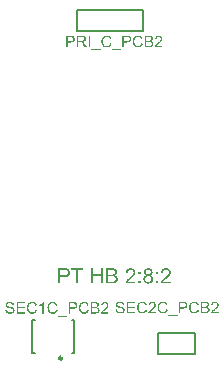
<source format=gto>
G04*
G04 #@! TF.GenerationSoftware,Altium Limited,Altium Designer,21.7.2 (23)*
G04*
G04 Layer_Color=65535*
%FSAX25Y25*%
%MOIN*%
G70*
G04*
G04 #@! TF.SameCoordinates,7A990169-6DC8-41C8-B485-EB3673424C17*
G04*
G04*
G04 #@! TF.FilePolarity,Positive*
G04*
G01*
G75*
%ADD10C,0.00984*%
%ADD11C,0.00787*%
G36*
X0160294Y0132956D02*
X0159627D01*
Y0135331D01*
X0157013D01*
Y0132956D01*
X0156347D01*
Y0137997D01*
X0157013D01*
Y0135922D01*
X0159627D01*
Y0137997D01*
X0160294D01*
Y0132956D01*
D02*
G37*
G36*
X0178645Y0135907D02*
X0177940D01*
Y0136611D01*
X0178645D01*
Y0135907D01*
D02*
G37*
G36*
X0172772D02*
X0172068D01*
Y0136611D01*
X0172772D01*
Y0135907D01*
D02*
G37*
G36*
X0181341Y0138005D02*
X0181401Y0137997D01*
X0181476Y0137990D01*
X0181551Y0137982D01*
X0181641Y0137960D01*
X0181820Y0137915D01*
X0182015Y0137840D01*
X0182105Y0137795D01*
X0182195Y0137742D01*
X0182285Y0137683D01*
X0182367Y0137608D01*
X0182375Y0137600D01*
X0182382Y0137593D01*
X0182405Y0137570D01*
X0182434Y0137533D01*
X0182465Y0137495D01*
X0182502Y0137450D01*
X0182539Y0137390D01*
X0182584Y0137331D01*
X0182659Y0137188D01*
X0182727Y0137016D01*
X0182757Y0136926D01*
X0182779Y0136821D01*
X0182787Y0136724D01*
X0182794Y0136611D01*
Y0136597D01*
Y0136559D01*
X0182787Y0136499D01*
X0182779Y0136424D01*
X0182764Y0136327D01*
X0182742Y0136230D01*
X0182712Y0136125D01*
X0182667Y0136012D01*
X0182659Y0135997D01*
X0182644Y0135960D01*
X0182614Y0135907D01*
X0182569Y0135833D01*
X0182509Y0135735D01*
X0182442Y0135630D01*
X0182352Y0135518D01*
X0182255Y0135398D01*
X0182240Y0135383D01*
X0182202Y0135338D01*
X0182172Y0135308D01*
X0182127Y0135263D01*
X0182082Y0135218D01*
X0182030Y0135166D01*
X0181970Y0135106D01*
X0181895Y0135039D01*
X0181820Y0134971D01*
X0181730Y0134889D01*
X0181641Y0134806D01*
X0181536Y0134717D01*
X0181423Y0134619D01*
X0181304Y0134514D01*
X0181296Y0134507D01*
X0181281Y0134492D01*
X0181251Y0134469D01*
X0181214Y0134439D01*
X0181124Y0134357D01*
X0181004Y0134260D01*
X0180884Y0134155D01*
X0180772Y0134050D01*
X0180667Y0133953D01*
X0180629Y0133915D01*
X0180592Y0133878D01*
X0180585Y0133870D01*
X0180570Y0133848D01*
X0180540Y0133818D01*
X0180502Y0133773D01*
X0180457Y0133728D01*
X0180412Y0133668D01*
X0180330Y0133548D01*
X0182801D01*
Y0132956D01*
X0179469D01*
Y0132964D01*
Y0132994D01*
Y0133039D01*
X0179476Y0133091D01*
X0179483Y0133159D01*
X0179491Y0133226D01*
X0179513Y0133308D01*
X0179536Y0133383D01*
Y0133391D01*
X0179543Y0133398D01*
X0179558Y0133443D01*
X0179588Y0133511D01*
X0179633Y0133593D01*
X0179693Y0133698D01*
X0179761Y0133810D01*
X0179843Y0133930D01*
X0179940Y0134050D01*
Y0134057D01*
X0179955Y0134065D01*
X0179993Y0134110D01*
X0180060Y0134177D01*
X0180150Y0134267D01*
X0180262Y0134379D01*
X0180405Y0134514D01*
X0180570Y0134657D01*
X0180757Y0134814D01*
X0180764Y0134821D01*
X0180794Y0134844D01*
X0180832Y0134881D01*
X0180892Y0134926D01*
X0180959Y0134979D01*
X0181034Y0135046D01*
X0181199Y0135203D01*
X0181386Y0135368D01*
X0181566Y0135548D01*
X0181656Y0135638D01*
X0181730Y0135720D01*
X0181805Y0135803D01*
X0181865Y0135878D01*
Y0135885D01*
X0181880Y0135892D01*
X0181895Y0135915D01*
X0181910Y0135945D01*
X0181955Y0136020D01*
X0182015Y0136117D01*
X0182068Y0136237D01*
X0182113Y0136364D01*
X0182142Y0136492D01*
X0182157Y0136627D01*
Y0136634D01*
Y0136642D01*
X0182150Y0136686D01*
X0182142Y0136754D01*
X0182127Y0136844D01*
X0182090Y0136941D01*
X0182045Y0137046D01*
X0181978Y0137151D01*
X0181888Y0137248D01*
X0181873Y0137256D01*
X0181843Y0137286D01*
X0181783Y0137331D01*
X0181708Y0137375D01*
X0181603Y0137420D01*
X0181491Y0137465D01*
X0181356Y0137495D01*
X0181206Y0137503D01*
X0181161D01*
X0181131Y0137495D01*
X0181049Y0137488D01*
X0180951Y0137465D01*
X0180832Y0137435D01*
X0180712Y0137383D01*
X0180592Y0137316D01*
X0180487Y0137226D01*
X0180480Y0137211D01*
X0180450Y0137173D01*
X0180405Y0137113D01*
X0180360Y0137031D01*
X0180307Y0136926D01*
X0180270Y0136799D01*
X0180240Y0136649D01*
X0180225Y0136484D01*
X0179588Y0136552D01*
Y0136559D01*
Y0136582D01*
X0179596Y0136619D01*
X0179603Y0136671D01*
X0179618Y0136731D01*
X0179633Y0136799D01*
X0179671Y0136956D01*
X0179731Y0137128D01*
X0179821Y0137308D01*
X0179873Y0137398D01*
X0179933Y0137480D01*
X0180000Y0137563D01*
X0180075Y0137638D01*
X0180083Y0137645D01*
X0180098Y0137653D01*
X0180120Y0137675D01*
X0180150Y0137698D01*
X0180195Y0137727D01*
X0180247Y0137758D01*
X0180307Y0137787D01*
X0180382Y0137825D01*
X0180457Y0137862D01*
X0180540Y0137892D01*
X0180637Y0137922D01*
X0180742Y0137952D01*
X0180847Y0137975D01*
X0180966Y0137997D01*
X0181086Y0138005D01*
X0181221Y0138012D01*
X0181289D01*
X0181341Y0138005D01*
D02*
G37*
G36*
X0178645Y0132956D02*
X0177940D01*
Y0133660D01*
X0178645D01*
Y0132956D01*
D02*
G37*
G36*
X0172772D02*
X0172068D01*
Y0133660D01*
X0172772D01*
Y0132956D01*
D02*
G37*
G36*
X0169597Y0138005D02*
X0169657Y0137997D01*
X0169731Y0137990D01*
X0169806Y0137982D01*
X0169896Y0137960D01*
X0170076Y0137915D01*
X0170271Y0137840D01*
X0170361Y0137795D01*
X0170450Y0137742D01*
X0170540Y0137683D01*
X0170623Y0137608D01*
X0170630Y0137600D01*
X0170638Y0137593D01*
X0170660Y0137570D01*
X0170690Y0137533D01*
X0170720Y0137495D01*
X0170758Y0137450D01*
X0170795Y0137390D01*
X0170840Y0137331D01*
X0170915Y0137188D01*
X0170982Y0137016D01*
X0171012Y0136926D01*
X0171035Y0136821D01*
X0171042Y0136724D01*
X0171050Y0136611D01*
Y0136597D01*
Y0136559D01*
X0171042Y0136499D01*
X0171035Y0136424D01*
X0171020Y0136327D01*
X0170997Y0136230D01*
X0170967Y0136125D01*
X0170922Y0136012D01*
X0170915Y0135997D01*
X0170900Y0135960D01*
X0170870Y0135907D01*
X0170825Y0135833D01*
X0170765Y0135735D01*
X0170698Y0135630D01*
X0170608Y0135518D01*
X0170510Y0135398D01*
X0170495Y0135383D01*
X0170458Y0135338D01*
X0170428Y0135308D01*
X0170383Y0135263D01*
X0170338Y0135218D01*
X0170286Y0135166D01*
X0170226Y0135106D01*
X0170151Y0135039D01*
X0170076Y0134971D01*
X0169986Y0134889D01*
X0169896Y0134806D01*
X0169791Y0134717D01*
X0169679Y0134619D01*
X0169559Y0134514D01*
X0169552Y0134507D01*
X0169537Y0134492D01*
X0169507Y0134469D01*
X0169469Y0134439D01*
X0169379Y0134357D01*
X0169260Y0134260D01*
X0169140Y0134155D01*
X0169027Y0134050D01*
X0168923Y0133953D01*
X0168885Y0133915D01*
X0168848Y0133878D01*
X0168840Y0133870D01*
X0168825Y0133848D01*
X0168795Y0133818D01*
X0168758Y0133773D01*
X0168713Y0133728D01*
X0168668Y0133668D01*
X0168586Y0133548D01*
X0171057D01*
Y0132956D01*
X0167724D01*
Y0132964D01*
Y0132994D01*
Y0133039D01*
X0167732Y0133091D01*
X0167739Y0133159D01*
X0167747Y0133226D01*
X0167769Y0133308D01*
X0167792Y0133383D01*
Y0133391D01*
X0167799Y0133398D01*
X0167814Y0133443D01*
X0167844Y0133511D01*
X0167889Y0133593D01*
X0167949Y0133698D01*
X0168016Y0133810D01*
X0168099Y0133930D01*
X0168196Y0134050D01*
Y0134057D01*
X0168211Y0134065D01*
X0168248Y0134110D01*
X0168316Y0134177D01*
X0168406Y0134267D01*
X0168518Y0134379D01*
X0168660Y0134514D01*
X0168825Y0134657D01*
X0169012Y0134814D01*
X0169020Y0134821D01*
X0169050Y0134844D01*
X0169087Y0134881D01*
X0169147Y0134926D01*
X0169215Y0134979D01*
X0169290Y0135046D01*
X0169454Y0135203D01*
X0169642Y0135368D01*
X0169821Y0135548D01*
X0169911Y0135638D01*
X0169986Y0135720D01*
X0170061Y0135803D01*
X0170121Y0135878D01*
Y0135885D01*
X0170136Y0135892D01*
X0170151Y0135915D01*
X0170166Y0135945D01*
X0170211Y0136020D01*
X0170271Y0136117D01*
X0170323Y0136237D01*
X0170368Y0136364D01*
X0170398Y0136492D01*
X0170413Y0136627D01*
Y0136634D01*
Y0136642D01*
X0170406Y0136686D01*
X0170398Y0136754D01*
X0170383Y0136844D01*
X0170346Y0136941D01*
X0170301Y0137046D01*
X0170233Y0137151D01*
X0170143Y0137248D01*
X0170129Y0137256D01*
X0170098Y0137286D01*
X0170039Y0137331D01*
X0169964Y0137375D01*
X0169859Y0137420D01*
X0169746Y0137465D01*
X0169612Y0137495D01*
X0169462Y0137503D01*
X0169417D01*
X0169387Y0137495D01*
X0169305Y0137488D01*
X0169207Y0137465D01*
X0169087Y0137435D01*
X0168967Y0137383D01*
X0168848Y0137316D01*
X0168743Y0137226D01*
X0168735Y0137211D01*
X0168705Y0137173D01*
X0168660Y0137113D01*
X0168615Y0137031D01*
X0168563Y0136926D01*
X0168526Y0136799D01*
X0168496Y0136649D01*
X0168481Y0136484D01*
X0167844Y0136552D01*
Y0136559D01*
Y0136582D01*
X0167851Y0136619D01*
X0167859Y0136671D01*
X0167874Y0136731D01*
X0167889Y0136799D01*
X0167926Y0136956D01*
X0167986Y0137128D01*
X0168076Y0137308D01*
X0168129Y0137398D01*
X0168189Y0137480D01*
X0168256Y0137563D01*
X0168331Y0137638D01*
X0168338Y0137645D01*
X0168353Y0137653D01*
X0168376Y0137675D01*
X0168406Y0137698D01*
X0168451Y0137727D01*
X0168503Y0137758D01*
X0168563Y0137787D01*
X0168638Y0137825D01*
X0168713Y0137862D01*
X0168795Y0137892D01*
X0168893Y0137922D01*
X0168998Y0137952D01*
X0169102Y0137975D01*
X0169222Y0137997D01*
X0169342Y0138005D01*
X0169477Y0138012D01*
X0169544D01*
X0169597Y0138005D01*
D02*
G37*
G36*
X0163410Y0137990D02*
X0163470D01*
X0163597Y0137975D01*
X0163747Y0137960D01*
X0163897Y0137930D01*
X0164054Y0137892D01*
X0164189Y0137840D01*
X0164196D01*
X0164204Y0137832D01*
X0164249Y0137810D01*
X0164309Y0137773D01*
X0164391Y0137727D01*
X0164481Y0137660D01*
X0164571Y0137578D01*
X0164653Y0137480D01*
X0164736Y0137368D01*
X0164743Y0137353D01*
X0164766Y0137316D01*
X0164803Y0137248D01*
X0164840Y0137166D01*
X0164871Y0137068D01*
X0164908Y0136956D01*
X0164930Y0136829D01*
X0164938Y0136701D01*
Y0136686D01*
Y0136649D01*
X0164930Y0136582D01*
X0164915Y0136507D01*
X0164893Y0136409D01*
X0164863Y0136312D01*
X0164818Y0136200D01*
X0164758Y0136095D01*
X0164751Y0136080D01*
X0164728Y0136050D01*
X0164683Y0135997D01*
X0164631Y0135930D01*
X0164556Y0135855D01*
X0164459Y0135780D01*
X0164354Y0135705D01*
X0164226Y0135638D01*
X0164234D01*
X0164249Y0135630D01*
X0164271Y0135623D01*
X0164301Y0135615D01*
X0164384Y0135578D01*
X0164488Y0135533D01*
X0164601Y0135466D01*
X0164713Y0135383D01*
X0164833Y0135286D01*
X0164930Y0135173D01*
X0164938Y0135159D01*
X0164968Y0135114D01*
X0165013Y0135046D01*
X0165058Y0134956D01*
X0165103Y0134844D01*
X0165148Y0134717D01*
X0165178Y0134574D01*
X0165185Y0134417D01*
Y0134409D01*
Y0134402D01*
Y0134357D01*
X0165178Y0134290D01*
X0165170Y0134200D01*
X0165148Y0134095D01*
X0165125Y0133983D01*
X0165088Y0133870D01*
X0165035Y0133750D01*
X0165028Y0133735D01*
X0165005Y0133698D01*
X0164975Y0133645D01*
X0164930Y0133578D01*
X0164878Y0133503D01*
X0164818Y0133428D01*
X0164743Y0133353D01*
X0164661Y0133286D01*
X0164653Y0133279D01*
X0164623Y0133256D01*
X0164571Y0133226D01*
X0164511Y0133196D01*
X0164429Y0133151D01*
X0164339Y0133114D01*
X0164226Y0133076D01*
X0164107Y0133039D01*
X0164092D01*
X0164047Y0133024D01*
X0163979Y0133016D01*
X0163882Y0133001D01*
X0163762Y0132986D01*
X0163627Y0132971D01*
X0163470Y0132964D01*
X0163298Y0132956D01*
X0161380D01*
Y0137997D01*
X0163365D01*
X0163410Y0137990D01*
D02*
G37*
G36*
X0153680Y0137406D02*
X0152018D01*
Y0132956D01*
X0151351D01*
Y0137406D01*
X0149688D01*
Y0137997D01*
X0153680D01*
Y0137406D01*
D02*
G37*
G36*
X0147554Y0137990D02*
X0147673Y0137982D01*
X0147801Y0137975D01*
X0147928Y0137960D01*
X0148033Y0137945D01*
X0148048D01*
X0148093Y0137930D01*
X0148168Y0137915D01*
X0148250Y0137892D01*
X0148348Y0137862D01*
X0148452Y0137825D01*
X0148557Y0137773D01*
X0148655Y0137713D01*
X0148670Y0137705D01*
X0148700Y0137683D01*
X0148744Y0137645D01*
X0148804Y0137585D01*
X0148864Y0137518D01*
X0148932Y0137435D01*
X0148999Y0137338D01*
X0149059Y0137226D01*
X0149067Y0137211D01*
X0149082Y0137173D01*
X0149111Y0137106D01*
X0149142Y0137023D01*
X0149164Y0136919D01*
X0149194Y0136806D01*
X0149209Y0136671D01*
X0149216Y0136537D01*
Y0136529D01*
Y0136507D01*
Y0136477D01*
X0149209Y0136432D01*
X0149201Y0136372D01*
X0149194Y0136312D01*
X0149179Y0136237D01*
X0149164Y0136162D01*
X0149119Y0135990D01*
X0149044Y0135810D01*
X0148999Y0135713D01*
X0148939Y0135623D01*
X0148879Y0135533D01*
X0148804Y0135451D01*
X0148797Y0135443D01*
X0148782Y0135428D01*
X0148759Y0135413D01*
X0148722Y0135383D01*
X0148677Y0135346D01*
X0148617Y0135308D01*
X0148550Y0135271D01*
X0148467Y0135233D01*
X0148370Y0135188D01*
X0148265Y0135151D01*
X0148145Y0135114D01*
X0148011Y0135076D01*
X0147861Y0135046D01*
X0147696Y0135031D01*
X0147524Y0135016D01*
X0147329Y0135009D01*
X0146041D01*
Y0132956D01*
X0145374D01*
Y0137997D01*
X0147441D01*
X0147554Y0137990D01*
D02*
G37*
G36*
X0175431Y0138005D02*
X0175484Y0137997D01*
X0175551Y0137990D01*
X0175701Y0137967D01*
X0175866Y0137915D01*
X0176046Y0137847D01*
X0176135Y0137802D01*
X0176218Y0137750D01*
X0176308Y0137690D01*
X0176383Y0137623D01*
X0176390Y0137615D01*
X0176398Y0137608D01*
X0176420Y0137585D01*
X0176443Y0137555D01*
X0176480Y0137518D01*
X0176510Y0137473D01*
X0176585Y0137361D01*
X0176660Y0137226D01*
X0176727Y0137068D01*
X0176772Y0136889D01*
X0176780Y0136791D01*
X0176787Y0136694D01*
Y0136686D01*
Y0136679D01*
Y0136634D01*
X0176780Y0136567D01*
X0176765Y0136484D01*
X0176742Y0136387D01*
X0176705Y0136290D01*
X0176660Y0136185D01*
X0176600Y0136080D01*
X0176592Y0136072D01*
X0176562Y0136035D01*
X0176517Y0135990D01*
X0176458Y0135937D01*
X0176383Y0135870D01*
X0176285Y0135803D01*
X0176173Y0135743D01*
X0176038Y0135683D01*
X0176046D01*
X0176060Y0135675D01*
X0176083Y0135668D01*
X0176113Y0135653D01*
X0176203Y0135615D01*
X0176308Y0135563D01*
X0176420Y0135495D01*
X0176540Y0135413D01*
X0176652Y0135316D01*
X0176750Y0135196D01*
X0176757Y0135181D01*
X0176787Y0135136D01*
X0176824Y0135069D01*
X0176877Y0134971D01*
X0176922Y0134851D01*
X0176959Y0134717D01*
X0176989Y0134559D01*
X0176997Y0134395D01*
Y0134387D01*
Y0134364D01*
Y0134335D01*
X0176989Y0134290D01*
X0176982Y0134230D01*
X0176974Y0134170D01*
X0176959Y0134095D01*
X0176937Y0134020D01*
X0176884Y0133848D01*
X0176847Y0133758D01*
X0176802Y0133668D01*
X0176750Y0133571D01*
X0176682Y0133481D01*
X0176615Y0133391D01*
X0176532Y0133308D01*
X0176525Y0133301D01*
X0176510Y0133293D01*
X0176488Y0133271D01*
X0176450Y0133241D01*
X0176405Y0133211D01*
X0176353Y0133174D01*
X0176285Y0133129D01*
X0176210Y0133091D01*
X0176128Y0133054D01*
X0176038Y0133009D01*
X0175941Y0132971D01*
X0175836Y0132941D01*
X0175724Y0132912D01*
X0175596Y0132896D01*
X0175469Y0132881D01*
X0175334Y0132874D01*
X0175259D01*
X0175207Y0132881D01*
X0175147Y0132889D01*
X0175072Y0132896D01*
X0174989Y0132912D01*
X0174900Y0132926D01*
X0174712Y0132979D01*
X0174608Y0133016D01*
X0174510Y0133061D01*
X0174413Y0133106D01*
X0174308Y0133166D01*
X0174218Y0133233D01*
X0174128Y0133308D01*
X0174121Y0133316D01*
X0174106Y0133331D01*
X0174083Y0133353D01*
X0174061Y0133391D01*
X0174023Y0133428D01*
X0173986Y0133481D01*
X0173941Y0133541D01*
X0173903Y0133616D01*
X0173858Y0133690D01*
X0173814Y0133773D01*
X0173746Y0133960D01*
X0173716Y0134065D01*
X0173694Y0134170D01*
X0173679Y0134290D01*
X0173671Y0134409D01*
Y0134417D01*
Y0134432D01*
Y0134454D01*
X0173679Y0134492D01*
Y0134537D01*
X0173686Y0134582D01*
X0173701Y0134702D01*
X0173731Y0134829D01*
X0173776Y0134964D01*
X0173836Y0135106D01*
X0173918Y0135233D01*
Y0135241D01*
X0173933Y0135248D01*
X0173963Y0135286D01*
X0174023Y0135346D01*
X0174098Y0135413D01*
X0174203Y0135488D01*
X0174323Y0135563D01*
X0174465Y0135630D01*
X0174630Y0135683D01*
X0174622D01*
X0174615Y0135690D01*
X0174570Y0135713D01*
X0174495Y0135743D01*
X0174413Y0135788D01*
X0174315Y0135847D01*
X0174225Y0135915D01*
X0174136Y0135997D01*
X0174053Y0136087D01*
X0174046Y0136102D01*
X0174023Y0136132D01*
X0173993Y0136192D01*
X0173963Y0136267D01*
X0173933Y0136357D01*
X0173903Y0136462D01*
X0173881Y0136582D01*
X0173873Y0136709D01*
Y0136716D01*
Y0136731D01*
Y0136761D01*
X0173881Y0136799D01*
X0173888Y0136851D01*
X0173896Y0136904D01*
X0173926Y0137031D01*
X0173971Y0137181D01*
X0174038Y0137338D01*
X0174083Y0137413D01*
X0174136Y0137488D01*
X0174196Y0137563D01*
X0174263Y0137638D01*
X0174270Y0137645D01*
X0174278Y0137653D01*
X0174308Y0137675D01*
X0174338Y0137698D01*
X0174375Y0137727D01*
X0174420Y0137758D01*
X0174480Y0137787D01*
X0174548Y0137825D01*
X0174615Y0137862D01*
X0174697Y0137892D01*
X0174877Y0137952D01*
X0175087Y0137997D01*
X0175199Y0138005D01*
X0175319Y0138012D01*
X0175386D01*
X0175431Y0138005D01*
D02*
G37*
G36*
X0129291Y0126795D02*
X0129336D01*
X0129439Y0126783D01*
X0129553Y0126766D01*
X0129679Y0126738D01*
X0129810Y0126704D01*
X0129936Y0126658D01*
X0129942D01*
X0129953Y0126652D01*
X0129970Y0126646D01*
X0129993Y0126635D01*
X0130050Y0126601D01*
X0130124Y0126555D01*
X0130204Y0126498D01*
X0130290Y0126429D01*
X0130370Y0126349D01*
X0130438Y0126252D01*
X0130444Y0126241D01*
X0130467Y0126207D01*
X0130496Y0126150D01*
X0130530Y0126081D01*
X0130564Y0125990D01*
X0130593Y0125887D01*
X0130621Y0125773D01*
X0130633Y0125653D01*
X0130147Y0125619D01*
Y0125624D01*
Y0125636D01*
X0130141Y0125653D01*
X0130136Y0125676D01*
X0130124Y0125744D01*
X0130102Y0125824D01*
X0130062Y0125910D01*
X0130016Y0126001D01*
X0129959Y0126087D01*
X0129879Y0126161D01*
X0129867Y0126167D01*
X0129839Y0126190D01*
X0129782Y0126218D01*
X0129708Y0126258D01*
X0129616Y0126292D01*
X0129496Y0126321D01*
X0129359Y0126344D01*
X0129205Y0126349D01*
X0129131D01*
X0129091Y0126344D01*
X0129051Y0126338D01*
X0128948Y0126327D01*
X0128840Y0126310D01*
X0128731Y0126275D01*
X0128628Y0126235D01*
X0128577Y0126207D01*
X0128537Y0126178D01*
X0128526Y0126172D01*
X0128503Y0126150D01*
X0128469Y0126110D01*
X0128434Y0126064D01*
X0128394Y0126001D01*
X0128360Y0125933D01*
X0128337Y0125853D01*
X0128326Y0125767D01*
Y0125756D01*
Y0125733D01*
X0128331Y0125693D01*
X0128343Y0125647D01*
X0128360Y0125596D01*
X0128389Y0125539D01*
X0128423Y0125482D01*
X0128474Y0125430D01*
X0128480Y0125425D01*
X0128508Y0125407D01*
X0128526Y0125396D01*
X0128554Y0125379D01*
X0128583Y0125362D01*
X0128623Y0125345D01*
X0128668Y0125322D01*
X0128726Y0125305D01*
X0128788Y0125276D01*
X0128857Y0125253D01*
X0128937Y0125230D01*
X0129028Y0125202D01*
X0129131Y0125179D01*
X0129239Y0125150D01*
X0129245D01*
X0129268Y0125145D01*
X0129297Y0125139D01*
X0129342Y0125127D01*
X0129393Y0125116D01*
X0129451Y0125099D01*
X0129582Y0125071D01*
X0129719Y0125031D01*
X0129862Y0124990D01*
X0129924Y0124973D01*
X0129987Y0124951D01*
X0130044Y0124928D01*
X0130090Y0124911D01*
X0130096D01*
X0130107Y0124905D01*
X0130124Y0124893D01*
X0130147Y0124882D01*
X0130204Y0124848D01*
X0130279Y0124802D01*
X0130359Y0124745D01*
X0130444Y0124682D01*
X0130518Y0124602D01*
X0130587Y0124517D01*
X0130593Y0124505D01*
X0130610Y0124477D01*
X0130638Y0124425D01*
X0130667Y0124362D01*
X0130695Y0124283D01*
X0130724Y0124191D01*
X0130741Y0124088D01*
X0130747Y0123974D01*
Y0123968D01*
Y0123963D01*
Y0123946D01*
Y0123923D01*
X0130735Y0123860D01*
X0130724Y0123786D01*
X0130701Y0123694D01*
X0130673Y0123597D01*
X0130627Y0123495D01*
X0130570Y0123392D01*
Y0123386D01*
X0130564Y0123380D01*
X0130535Y0123346D01*
X0130496Y0123300D01*
X0130438Y0123238D01*
X0130370Y0123175D01*
X0130279Y0123100D01*
X0130182Y0123038D01*
X0130062Y0122975D01*
X0130056D01*
X0130044Y0122969D01*
X0130027Y0122964D01*
X0130005Y0122952D01*
X0129976Y0122941D01*
X0129936Y0122929D01*
X0129850Y0122901D01*
X0129736Y0122872D01*
X0129616Y0122849D01*
X0129473Y0122832D01*
X0129325Y0122826D01*
X0129239D01*
X0129194Y0122832D01*
X0129142D01*
X0129085Y0122838D01*
X0129022Y0122844D01*
X0128885Y0122861D01*
X0128737Y0122889D01*
X0128588Y0122924D01*
X0128451Y0122975D01*
X0128446D01*
X0128434Y0122981D01*
X0128417Y0122992D01*
X0128394Y0123003D01*
X0128331Y0123038D01*
X0128252Y0123089D01*
X0128160Y0123152D01*
X0128069Y0123232D01*
X0127977Y0123323D01*
X0127898Y0123432D01*
Y0123437D01*
X0127892Y0123443D01*
X0127880Y0123460D01*
X0127869Y0123489D01*
X0127852Y0123517D01*
X0127835Y0123552D01*
X0127795Y0123637D01*
X0127761Y0123740D01*
X0127726Y0123854D01*
X0127703Y0123986D01*
X0127692Y0124128D01*
X0128172Y0124168D01*
Y0124163D01*
Y0124157D01*
X0128177Y0124123D01*
X0128189Y0124065D01*
X0128200Y0123997D01*
X0128223Y0123923D01*
X0128252Y0123843D01*
X0128286Y0123763D01*
X0128326Y0123689D01*
X0128331Y0123683D01*
X0128349Y0123660D01*
X0128377Y0123626D01*
X0128423Y0123586D01*
X0128474Y0123535D01*
X0128543Y0123489D01*
X0128623Y0123437D01*
X0128714Y0123392D01*
X0128720D01*
X0128726Y0123386D01*
X0128760Y0123375D01*
X0128817Y0123357D01*
X0128885Y0123335D01*
X0128971Y0123312D01*
X0129074Y0123295D01*
X0129182Y0123283D01*
X0129302Y0123277D01*
X0129353D01*
X0129405Y0123283D01*
X0129473Y0123289D01*
X0129553Y0123300D01*
X0129639Y0123312D01*
X0129725Y0123335D01*
X0129810Y0123363D01*
X0129822Y0123369D01*
X0129845Y0123380D01*
X0129885Y0123397D01*
X0129936Y0123426D01*
X0129987Y0123460D01*
X0130044Y0123500D01*
X0130096Y0123546D01*
X0130141Y0123597D01*
X0130147Y0123603D01*
X0130159Y0123626D01*
X0130176Y0123654D01*
X0130199Y0123694D01*
X0130221Y0123746D01*
X0130239Y0123803D01*
X0130250Y0123866D01*
X0130256Y0123928D01*
Y0123934D01*
Y0123957D01*
X0130250Y0123991D01*
X0130244Y0124037D01*
X0130233Y0124088D01*
X0130210Y0124140D01*
X0130187Y0124191D01*
X0130153Y0124242D01*
X0130147Y0124248D01*
X0130136Y0124265D01*
X0130107Y0124288D01*
X0130073Y0124322D01*
X0130022Y0124357D01*
X0129964Y0124397D01*
X0129890Y0124437D01*
X0129805Y0124471D01*
X0129799Y0124477D01*
X0129770Y0124482D01*
X0129730Y0124499D01*
X0129696Y0124505D01*
X0129662Y0124517D01*
X0129616Y0124528D01*
X0129570Y0124545D01*
X0129513Y0124562D01*
X0129451Y0124579D01*
X0129382Y0124597D01*
X0129302Y0124614D01*
X0129217Y0124636D01*
X0129119Y0124659D01*
X0129114D01*
X0129097Y0124665D01*
X0129068Y0124671D01*
X0129034Y0124682D01*
X0128988Y0124694D01*
X0128942Y0124705D01*
X0128828Y0124739D01*
X0128703Y0124774D01*
X0128583Y0124813D01*
X0128469Y0124854D01*
X0128423Y0124876D01*
X0128377Y0124899D01*
X0128371D01*
X0128366Y0124905D01*
X0128331Y0124928D01*
X0128286Y0124956D01*
X0128223Y0124996D01*
X0128154Y0125048D01*
X0128086Y0125110D01*
X0128023Y0125179D01*
X0127966Y0125253D01*
X0127960Y0125265D01*
X0127943Y0125293D01*
X0127926Y0125339D01*
X0127903Y0125396D01*
X0127875Y0125464D01*
X0127857Y0125550D01*
X0127840Y0125642D01*
X0127835Y0125739D01*
Y0125744D01*
Y0125750D01*
Y0125767D01*
Y0125790D01*
X0127846Y0125841D01*
X0127857Y0125916D01*
X0127875Y0126001D01*
X0127903Y0126093D01*
X0127943Y0126184D01*
X0127995Y0126281D01*
Y0126287D01*
X0128000Y0126292D01*
X0128023Y0126321D01*
X0128063Y0126367D01*
X0128120Y0126424D01*
X0128189Y0126487D01*
X0128269Y0126555D01*
X0128366Y0126618D01*
X0128480Y0126669D01*
X0128486D01*
X0128497Y0126675D01*
X0128514Y0126681D01*
X0128537Y0126692D01*
X0128566Y0126698D01*
X0128600Y0126709D01*
X0128685Y0126738D01*
X0128794Y0126761D01*
X0128914Y0126778D01*
X0129045Y0126795D01*
X0129182Y0126801D01*
X0129256D01*
X0129291Y0126795D01*
D02*
G37*
G36*
X0154089D02*
X0154141Y0126789D01*
X0154198Y0126783D01*
X0154261Y0126778D01*
X0154335Y0126766D01*
X0154483Y0126726D01*
X0154649Y0126675D01*
X0154729Y0126641D01*
X0154809Y0126601D01*
X0154889Y0126555D01*
X0154963Y0126504D01*
X0154969Y0126498D01*
X0154980Y0126492D01*
X0155003Y0126475D01*
X0155026Y0126452D01*
X0155060Y0126418D01*
X0155094Y0126384D01*
X0155134Y0126338D01*
X0155180Y0126292D01*
X0155226Y0126235D01*
X0155271Y0126172D01*
X0155317Y0126110D01*
X0155363Y0126035D01*
X0155408Y0125955D01*
X0155448Y0125870D01*
X0155482Y0125778D01*
X0155517Y0125681D01*
X0155014Y0125561D01*
Y0125567D01*
X0155009Y0125579D01*
X0155003Y0125601D01*
X0154991Y0125630D01*
X0154974Y0125664D01*
X0154957Y0125704D01*
X0154911Y0125796D01*
X0154860Y0125893D01*
X0154792Y0125996D01*
X0154712Y0126093D01*
X0154620Y0126172D01*
X0154609Y0126178D01*
X0154575Y0126201D01*
X0154523Y0126235D01*
X0154449Y0126270D01*
X0154358Y0126304D01*
X0154249Y0126338D01*
X0154123Y0126361D01*
X0153987Y0126367D01*
X0153941D01*
X0153912Y0126361D01*
X0153872D01*
X0153832Y0126355D01*
X0153729Y0126338D01*
X0153610Y0126315D01*
X0153484Y0126275D01*
X0153364Y0126224D01*
X0153244Y0126150D01*
X0153238D01*
X0153233Y0126138D01*
X0153199Y0126110D01*
X0153141Y0126064D01*
X0153079Y0126001D01*
X0153010Y0125916D01*
X0152942Y0125819D01*
X0152879Y0125704D01*
X0152827Y0125579D01*
Y0125573D01*
X0152822Y0125561D01*
X0152816Y0125544D01*
X0152810Y0125516D01*
X0152799Y0125487D01*
X0152787Y0125447D01*
X0152770Y0125356D01*
X0152747Y0125242D01*
X0152725Y0125116D01*
X0152713Y0124985D01*
X0152707Y0124842D01*
Y0124836D01*
Y0124819D01*
Y0124796D01*
Y0124762D01*
X0152713Y0124716D01*
Y0124665D01*
X0152719Y0124614D01*
X0152725Y0124551D01*
X0152742Y0124419D01*
X0152770Y0124271D01*
X0152805Y0124128D01*
X0152850Y0123986D01*
Y0123980D01*
X0152856Y0123968D01*
X0152867Y0123951D01*
X0152879Y0123928D01*
X0152913Y0123860D01*
X0152959Y0123780D01*
X0153022Y0123689D01*
X0153096Y0123603D01*
X0153187Y0123512D01*
X0153290Y0123437D01*
X0153296D01*
X0153301Y0123432D01*
X0153318Y0123420D01*
X0153341Y0123409D01*
X0153404Y0123380D01*
X0153484Y0123352D01*
X0153581Y0123318D01*
X0153695Y0123289D01*
X0153815Y0123266D01*
X0153946Y0123260D01*
X0153987D01*
X0154015Y0123266D01*
X0154055D01*
X0154095Y0123272D01*
X0154198Y0123289D01*
X0154306Y0123323D01*
X0154426Y0123363D01*
X0154552Y0123426D01*
X0154609Y0123460D01*
X0154666Y0123506D01*
X0154672Y0123512D01*
X0154677Y0123517D01*
X0154694Y0123535D01*
X0154712Y0123552D01*
X0154740Y0123580D01*
X0154763Y0123609D01*
X0154826Y0123689D01*
X0154894Y0123791D01*
X0154963Y0123917D01*
X0155026Y0124065D01*
X0155071Y0124237D01*
X0155580Y0124106D01*
Y0124100D01*
X0155574Y0124077D01*
X0155562Y0124048D01*
X0155551Y0124003D01*
X0155528Y0123951D01*
X0155505Y0123889D01*
X0155482Y0123826D01*
X0155448Y0123751D01*
X0155368Y0123597D01*
X0155271Y0123443D01*
X0155208Y0123363D01*
X0155146Y0123289D01*
X0155077Y0123215D01*
X0155003Y0123152D01*
X0154997Y0123146D01*
X0154986Y0123141D01*
X0154963Y0123123D01*
X0154929Y0123100D01*
X0154889Y0123078D01*
X0154837Y0123049D01*
X0154786Y0123021D01*
X0154717Y0122992D01*
X0154649Y0122958D01*
X0154569Y0122929D01*
X0154489Y0122901D01*
X0154398Y0122878D01*
X0154300Y0122855D01*
X0154203Y0122838D01*
X0154095Y0122832D01*
X0153987Y0122826D01*
X0153929D01*
X0153884Y0122832D01*
X0153832D01*
X0153770Y0122838D01*
X0153701Y0122849D01*
X0153627Y0122861D01*
X0153467Y0122889D01*
X0153296Y0122935D01*
X0153130Y0122998D01*
X0153050Y0123032D01*
X0152976Y0123078D01*
X0152970Y0123083D01*
X0152959Y0123089D01*
X0152942Y0123106D01*
X0152913Y0123123D01*
X0152879Y0123152D01*
X0152845Y0123180D01*
X0152759Y0123266D01*
X0152662Y0123369D01*
X0152559Y0123495D01*
X0152468Y0123637D01*
X0152382Y0123809D01*
Y0123814D01*
X0152376Y0123831D01*
X0152365Y0123854D01*
X0152353Y0123894D01*
X0152336Y0123934D01*
X0152319Y0123991D01*
X0152302Y0124048D01*
X0152285Y0124117D01*
X0152262Y0124191D01*
X0152245Y0124271D01*
X0152216Y0124448D01*
X0152194Y0124636D01*
X0152182Y0124842D01*
Y0124848D01*
Y0124871D01*
Y0124899D01*
X0152188Y0124945D01*
Y0124996D01*
X0152194Y0125053D01*
X0152199Y0125122D01*
X0152211Y0125196D01*
X0152239Y0125362D01*
X0152279Y0125539D01*
X0152336Y0125716D01*
X0152410Y0125887D01*
Y0125893D01*
X0152422Y0125904D01*
X0152433Y0125927D01*
X0152451Y0125961D01*
X0152479Y0125996D01*
X0152508Y0126041D01*
X0152576Y0126138D01*
X0152667Y0126247D01*
X0152782Y0126361D01*
X0152913Y0126469D01*
X0153061Y0126567D01*
X0153067D01*
X0153079Y0126578D01*
X0153101Y0126589D01*
X0153136Y0126601D01*
X0153176Y0126624D01*
X0153221Y0126641D01*
X0153278Y0126663D01*
X0153335Y0126686D01*
X0153404Y0126704D01*
X0153473Y0126726D01*
X0153632Y0126766D01*
X0153804Y0126789D01*
X0153992Y0126801D01*
X0154049D01*
X0154089Y0126795D01*
D02*
G37*
G36*
X0143646D02*
X0143697Y0126789D01*
X0143754Y0126783D01*
X0143817Y0126778D01*
X0143891Y0126766D01*
X0144040Y0126726D01*
X0144205Y0126675D01*
X0144285Y0126641D01*
X0144365Y0126601D01*
X0144445Y0126555D01*
X0144519Y0126504D01*
X0144525Y0126498D01*
X0144536Y0126492D01*
X0144559Y0126475D01*
X0144582Y0126452D01*
X0144616Y0126418D01*
X0144651Y0126384D01*
X0144691Y0126338D01*
X0144736Y0126292D01*
X0144782Y0126235D01*
X0144828Y0126172D01*
X0144873Y0126110D01*
X0144919Y0126035D01*
X0144965Y0125955D01*
X0145005Y0125870D01*
X0145039Y0125778D01*
X0145073Y0125681D01*
X0144571Y0125561D01*
Y0125567D01*
X0144565Y0125579D01*
X0144559Y0125601D01*
X0144548Y0125630D01*
X0144531Y0125664D01*
X0144514Y0125704D01*
X0144468Y0125796D01*
X0144416Y0125893D01*
X0144348Y0125996D01*
X0144268Y0126093D01*
X0144177Y0126172D01*
X0144165Y0126178D01*
X0144131Y0126201D01*
X0144080Y0126235D01*
X0144005Y0126270D01*
X0143914Y0126304D01*
X0143806Y0126338D01*
X0143680Y0126361D01*
X0143543Y0126367D01*
X0143497D01*
X0143469Y0126361D01*
X0143429D01*
X0143389Y0126355D01*
X0143286Y0126338D01*
X0143166Y0126315D01*
X0143040Y0126275D01*
X0142920Y0126224D01*
X0142801Y0126150D01*
X0142795D01*
X0142789Y0126138D01*
X0142755Y0126110D01*
X0142698Y0126064D01*
X0142635Y0126001D01*
X0142567Y0125916D01*
X0142498Y0125819D01*
X0142435Y0125704D01*
X0142384Y0125579D01*
Y0125573D01*
X0142378Y0125561D01*
X0142372Y0125544D01*
X0142367Y0125516D01*
X0142355Y0125487D01*
X0142344Y0125447D01*
X0142327Y0125356D01*
X0142304Y0125242D01*
X0142281Y0125116D01*
X0142270Y0124985D01*
X0142264Y0124842D01*
Y0124836D01*
Y0124819D01*
Y0124796D01*
Y0124762D01*
X0142270Y0124716D01*
Y0124665D01*
X0142275Y0124614D01*
X0142281Y0124551D01*
X0142298Y0124419D01*
X0142327Y0124271D01*
X0142361Y0124128D01*
X0142407Y0123986D01*
Y0123980D01*
X0142412Y0123968D01*
X0142424Y0123951D01*
X0142435Y0123928D01*
X0142469Y0123860D01*
X0142515Y0123780D01*
X0142578Y0123689D01*
X0142652Y0123603D01*
X0142744Y0123512D01*
X0142846Y0123437D01*
X0142852D01*
X0142858Y0123432D01*
X0142875Y0123420D01*
X0142898Y0123409D01*
X0142961Y0123380D01*
X0143040Y0123352D01*
X0143138Y0123318D01*
X0143252Y0123289D01*
X0143372Y0123266D01*
X0143503Y0123260D01*
X0143543D01*
X0143571Y0123266D01*
X0143611D01*
X0143651Y0123272D01*
X0143754Y0123289D01*
X0143863Y0123323D01*
X0143983Y0123363D01*
X0144108Y0123426D01*
X0144165Y0123460D01*
X0144222Y0123506D01*
X0144228Y0123512D01*
X0144234Y0123517D01*
X0144251Y0123535D01*
X0144268Y0123552D01*
X0144297Y0123580D01*
X0144319Y0123609D01*
X0144382Y0123689D01*
X0144451Y0123791D01*
X0144519Y0123917D01*
X0144582Y0124065D01*
X0144628Y0124237D01*
X0145136Y0124106D01*
Y0124100D01*
X0145130Y0124077D01*
X0145119Y0124048D01*
X0145107Y0124003D01*
X0145085Y0123951D01*
X0145062Y0123889D01*
X0145039Y0123826D01*
X0145005Y0123751D01*
X0144925Y0123597D01*
X0144828Y0123443D01*
X0144765Y0123363D01*
X0144702Y0123289D01*
X0144633Y0123215D01*
X0144559Y0123152D01*
X0144554Y0123146D01*
X0144542Y0123141D01*
X0144519Y0123123D01*
X0144485Y0123100D01*
X0144445Y0123078D01*
X0144394Y0123049D01*
X0144342Y0123021D01*
X0144274Y0122992D01*
X0144205Y0122958D01*
X0144125Y0122929D01*
X0144045Y0122901D01*
X0143954Y0122878D01*
X0143857Y0122855D01*
X0143760Y0122838D01*
X0143651Y0122832D01*
X0143543Y0122826D01*
X0143486D01*
X0143440Y0122832D01*
X0143389D01*
X0143326Y0122838D01*
X0143257Y0122849D01*
X0143183Y0122861D01*
X0143023Y0122889D01*
X0142852Y0122935D01*
X0142686Y0122998D01*
X0142606Y0123032D01*
X0142532Y0123078D01*
X0142526Y0123083D01*
X0142515Y0123089D01*
X0142498Y0123106D01*
X0142469Y0123123D01*
X0142435Y0123152D01*
X0142401Y0123180D01*
X0142315Y0123266D01*
X0142218Y0123369D01*
X0142115Y0123495D01*
X0142024Y0123637D01*
X0141938Y0123809D01*
Y0123814D01*
X0141933Y0123831D01*
X0141921Y0123854D01*
X0141910Y0123894D01*
X0141893Y0123934D01*
X0141876Y0123991D01*
X0141858Y0124048D01*
X0141841Y0124117D01*
X0141818Y0124191D01*
X0141801Y0124271D01*
X0141773Y0124448D01*
X0141750Y0124636D01*
X0141738Y0124842D01*
Y0124848D01*
Y0124871D01*
Y0124899D01*
X0141744Y0124945D01*
Y0124996D01*
X0141750Y0125053D01*
X0141756Y0125122D01*
X0141767Y0125196D01*
X0141796Y0125362D01*
X0141836Y0125539D01*
X0141893Y0125716D01*
X0141967Y0125887D01*
Y0125893D01*
X0141978Y0125904D01*
X0141990Y0125927D01*
X0142007Y0125961D01*
X0142035Y0125996D01*
X0142064Y0126041D01*
X0142132Y0126138D01*
X0142224Y0126247D01*
X0142338Y0126361D01*
X0142469Y0126469D01*
X0142618Y0126567D01*
X0142624D01*
X0142635Y0126578D01*
X0142658Y0126589D01*
X0142692Y0126601D01*
X0142732Y0126624D01*
X0142778Y0126641D01*
X0142835Y0126663D01*
X0142892Y0126686D01*
X0142961Y0126704D01*
X0143029Y0126726D01*
X0143189Y0126766D01*
X0143360Y0126789D01*
X0143549Y0126801D01*
X0143606D01*
X0143646Y0126795D01*
D02*
G37*
G36*
X0136782D02*
X0136834Y0126789D01*
X0136891Y0126783D01*
X0136954Y0126778D01*
X0137028Y0126766D01*
X0137176Y0126726D01*
X0137342Y0126675D01*
X0137422Y0126641D01*
X0137502Y0126601D01*
X0137582Y0126555D01*
X0137656Y0126504D01*
X0137662Y0126498D01*
X0137673Y0126492D01*
X0137696Y0126475D01*
X0137719Y0126452D01*
X0137753Y0126418D01*
X0137787Y0126384D01*
X0137827Y0126338D01*
X0137873Y0126292D01*
X0137919Y0126235D01*
X0137964Y0126172D01*
X0138010Y0126110D01*
X0138056Y0126035D01*
X0138101Y0125955D01*
X0138141Y0125870D01*
X0138175Y0125778D01*
X0138210Y0125681D01*
X0137707Y0125561D01*
Y0125567D01*
X0137702Y0125579D01*
X0137696Y0125601D01*
X0137684Y0125630D01*
X0137667Y0125664D01*
X0137650Y0125704D01*
X0137604Y0125796D01*
X0137553Y0125893D01*
X0137485Y0125996D01*
X0137405Y0126093D01*
X0137313Y0126172D01*
X0137302Y0126178D01*
X0137268Y0126201D01*
X0137216Y0126235D01*
X0137142Y0126270D01*
X0137051Y0126304D01*
X0136942Y0126338D01*
X0136817Y0126361D01*
X0136679Y0126367D01*
X0136634D01*
X0136605Y0126361D01*
X0136565D01*
X0136525Y0126355D01*
X0136423Y0126338D01*
X0136303Y0126315D01*
X0136177Y0126275D01*
X0136057Y0126224D01*
X0135937Y0126150D01*
X0135932D01*
X0135926Y0126138D01*
X0135891Y0126110D01*
X0135834Y0126064D01*
X0135772Y0126001D01*
X0135703Y0125916D01*
X0135635Y0125819D01*
X0135572Y0125704D01*
X0135520Y0125579D01*
Y0125573D01*
X0135515Y0125561D01*
X0135509Y0125544D01*
X0135503Y0125516D01*
X0135492Y0125487D01*
X0135480Y0125447D01*
X0135463Y0125356D01*
X0135440Y0125242D01*
X0135418Y0125116D01*
X0135406Y0124985D01*
X0135400Y0124842D01*
Y0124836D01*
Y0124819D01*
Y0124796D01*
Y0124762D01*
X0135406Y0124716D01*
Y0124665D01*
X0135412Y0124614D01*
X0135418Y0124551D01*
X0135435Y0124419D01*
X0135463Y0124271D01*
X0135497Y0124128D01*
X0135543Y0123986D01*
Y0123980D01*
X0135549Y0123968D01*
X0135560Y0123951D01*
X0135572Y0123928D01*
X0135606Y0123860D01*
X0135652Y0123780D01*
X0135714Y0123689D01*
X0135789Y0123603D01*
X0135880Y0123512D01*
X0135983Y0123437D01*
X0135989D01*
X0135994Y0123432D01*
X0136011Y0123420D01*
X0136034Y0123409D01*
X0136097Y0123380D01*
X0136177Y0123352D01*
X0136274Y0123318D01*
X0136388Y0123289D01*
X0136508Y0123266D01*
X0136639Y0123260D01*
X0136679D01*
X0136708Y0123266D01*
X0136748D01*
X0136788Y0123272D01*
X0136891Y0123289D01*
X0136999Y0123323D01*
X0137119Y0123363D01*
X0137245Y0123426D01*
X0137302Y0123460D01*
X0137359Y0123506D01*
X0137365Y0123512D01*
X0137370Y0123517D01*
X0137388Y0123535D01*
X0137405Y0123552D01*
X0137433Y0123580D01*
X0137456Y0123609D01*
X0137519Y0123689D01*
X0137587Y0123791D01*
X0137656Y0123917D01*
X0137719Y0124065D01*
X0137764Y0124237D01*
X0138273Y0124106D01*
Y0124100D01*
X0138267Y0124077D01*
X0138255Y0124048D01*
X0138244Y0124003D01*
X0138221Y0123951D01*
X0138198Y0123889D01*
X0138175Y0123826D01*
X0138141Y0123751D01*
X0138061Y0123597D01*
X0137964Y0123443D01*
X0137901Y0123363D01*
X0137839Y0123289D01*
X0137770Y0123215D01*
X0137696Y0123152D01*
X0137690Y0123146D01*
X0137679Y0123141D01*
X0137656Y0123123D01*
X0137622Y0123100D01*
X0137582Y0123078D01*
X0137530Y0123049D01*
X0137479Y0123021D01*
X0137410Y0122992D01*
X0137342Y0122958D01*
X0137262Y0122929D01*
X0137182Y0122901D01*
X0137091Y0122878D01*
X0136994Y0122855D01*
X0136897Y0122838D01*
X0136788Y0122832D01*
X0136679Y0122826D01*
X0136622D01*
X0136577Y0122832D01*
X0136525D01*
X0136462Y0122838D01*
X0136394Y0122849D01*
X0136320Y0122861D01*
X0136160Y0122889D01*
X0135989Y0122935D01*
X0135823Y0122998D01*
X0135743Y0123032D01*
X0135669Y0123078D01*
X0135663Y0123083D01*
X0135652Y0123089D01*
X0135635Y0123106D01*
X0135606Y0123123D01*
X0135572Y0123152D01*
X0135538Y0123180D01*
X0135452Y0123266D01*
X0135355Y0123369D01*
X0135252Y0123495D01*
X0135161Y0123637D01*
X0135075Y0123809D01*
Y0123814D01*
X0135069Y0123831D01*
X0135058Y0123854D01*
X0135046Y0123894D01*
X0135029Y0123934D01*
X0135012Y0123991D01*
X0134995Y0124048D01*
X0134978Y0124117D01*
X0134955Y0124191D01*
X0134938Y0124271D01*
X0134909Y0124448D01*
X0134887Y0124636D01*
X0134875Y0124842D01*
Y0124848D01*
Y0124871D01*
Y0124899D01*
X0134881Y0124945D01*
Y0124996D01*
X0134887Y0125053D01*
X0134892Y0125122D01*
X0134904Y0125196D01*
X0134932Y0125362D01*
X0134972Y0125539D01*
X0135029Y0125716D01*
X0135103Y0125887D01*
Y0125893D01*
X0135115Y0125904D01*
X0135126Y0125927D01*
X0135143Y0125961D01*
X0135172Y0125996D01*
X0135201Y0126041D01*
X0135269Y0126138D01*
X0135361Y0126247D01*
X0135475Y0126361D01*
X0135606Y0126469D01*
X0135755Y0126567D01*
X0135760D01*
X0135772Y0126578D01*
X0135794Y0126589D01*
X0135829Y0126601D01*
X0135869Y0126624D01*
X0135914Y0126641D01*
X0135971Y0126663D01*
X0136029Y0126686D01*
X0136097Y0126704D01*
X0136166Y0126726D01*
X0136326Y0126766D01*
X0136497Y0126789D01*
X0136685Y0126801D01*
X0136742D01*
X0136782Y0126795D01*
D02*
G37*
G36*
X0160958Y0126738D02*
X0161004Y0126732D01*
X0161061Y0126726D01*
X0161118Y0126721D01*
X0161187Y0126704D01*
X0161324Y0126669D01*
X0161472Y0126612D01*
X0161541Y0126578D01*
X0161609Y0126538D01*
X0161678Y0126492D01*
X0161741Y0126435D01*
X0161746Y0126429D01*
X0161752Y0126424D01*
X0161769Y0126407D01*
X0161792Y0126378D01*
X0161815Y0126349D01*
X0161844Y0126315D01*
X0161872Y0126270D01*
X0161906Y0126224D01*
X0161963Y0126115D01*
X0162015Y0125984D01*
X0162038Y0125916D01*
X0162055Y0125836D01*
X0162060Y0125761D01*
X0162066Y0125676D01*
Y0125664D01*
Y0125636D01*
X0162060Y0125590D01*
X0162055Y0125533D01*
X0162043Y0125459D01*
X0162026Y0125384D01*
X0162003Y0125305D01*
X0161969Y0125219D01*
X0161963Y0125207D01*
X0161952Y0125179D01*
X0161929Y0125139D01*
X0161895Y0125082D01*
X0161849Y0125008D01*
X0161798Y0124928D01*
X0161729Y0124842D01*
X0161655Y0124751D01*
X0161644Y0124739D01*
X0161615Y0124705D01*
X0161592Y0124682D01*
X0161558Y0124648D01*
X0161524Y0124614D01*
X0161484Y0124574D01*
X0161438Y0124528D01*
X0161381Y0124477D01*
X0161324Y0124425D01*
X0161255Y0124362D01*
X0161187Y0124300D01*
X0161107Y0124231D01*
X0161021Y0124157D01*
X0160930Y0124077D01*
X0160924Y0124071D01*
X0160913Y0124060D01*
X0160890Y0124043D01*
X0160861Y0124020D01*
X0160793Y0123957D01*
X0160701Y0123883D01*
X0160610Y0123803D01*
X0160524Y0123723D01*
X0160444Y0123649D01*
X0160416Y0123620D01*
X0160387Y0123592D01*
X0160382Y0123586D01*
X0160370Y0123569D01*
X0160347Y0123546D01*
X0160319Y0123512D01*
X0160285Y0123477D01*
X0160250Y0123432D01*
X0160188Y0123340D01*
X0162072D01*
Y0122889D01*
X0159531D01*
Y0122895D01*
Y0122918D01*
Y0122952D01*
X0159537Y0122992D01*
X0159542Y0123043D01*
X0159548Y0123095D01*
X0159565Y0123158D01*
X0159582Y0123215D01*
Y0123220D01*
X0159588Y0123226D01*
X0159599Y0123260D01*
X0159622Y0123312D01*
X0159657Y0123375D01*
X0159702Y0123454D01*
X0159754Y0123540D01*
X0159816Y0123632D01*
X0159891Y0123723D01*
Y0123729D01*
X0159902Y0123734D01*
X0159931Y0123769D01*
X0159982Y0123820D01*
X0160050Y0123889D01*
X0160136Y0123974D01*
X0160245Y0124077D01*
X0160370Y0124185D01*
X0160513Y0124305D01*
X0160519Y0124311D01*
X0160542Y0124328D01*
X0160570Y0124357D01*
X0160616Y0124391D01*
X0160667Y0124431D01*
X0160724Y0124482D01*
X0160850Y0124602D01*
X0160993Y0124728D01*
X0161130Y0124865D01*
X0161198Y0124933D01*
X0161255Y0124996D01*
X0161312Y0125059D01*
X0161358Y0125116D01*
Y0125122D01*
X0161370Y0125127D01*
X0161381Y0125145D01*
X0161392Y0125168D01*
X0161427Y0125225D01*
X0161472Y0125299D01*
X0161512Y0125390D01*
X0161547Y0125487D01*
X0161569Y0125584D01*
X0161581Y0125687D01*
Y0125693D01*
Y0125699D01*
X0161575Y0125733D01*
X0161569Y0125784D01*
X0161558Y0125853D01*
X0161529Y0125927D01*
X0161495Y0126007D01*
X0161444Y0126087D01*
X0161375Y0126161D01*
X0161364Y0126167D01*
X0161341Y0126190D01*
X0161295Y0126224D01*
X0161238Y0126258D01*
X0161158Y0126292D01*
X0161073Y0126327D01*
X0160970Y0126349D01*
X0160856Y0126355D01*
X0160821D01*
X0160799Y0126349D01*
X0160736Y0126344D01*
X0160661Y0126327D01*
X0160570Y0126304D01*
X0160479Y0126264D01*
X0160387Y0126212D01*
X0160308Y0126144D01*
X0160302Y0126133D01*
X0160279Y0126104D01*
X0160245Y0126058D01*
X0160210Y0125996D01*
X0160170Y0125916D01*
X0160142Y0125819D01*
X0160119Y0125704D01*
X0160108Y0125579D01*
X0159622Y0125630D01*
Y0125636D01*
Y0125653D01*
X0159628Y0125681D01*
X0159634Y0125721D01*
X0159645Y0125767D01*
X0159657Y0125819D01*
X0159685Y0125938D01*
X0159731Y0126070D01*
X0159799Y0126207D01*
X0159839Y0126275D01*
X0159885Y0126338D01*
X0159936Y0126401D01*
X0159993Y0126458D01*
X0159999Y0126464D01*
X0160011Y0126469D01*
X0160028Y0126487D01*
X0160050Y0126504D01*
X0160085Y0126526D01*
X0160125Y0126549D01*
X0160170Y0126572D01*
X0160228Y0126601D01*
X0160285Y0126629D01*
X0160347Y0126652D01*
X0160422Y0126675D01*
X0160502Y0126698D01*
X0160582Y0126715D01*
X0160673Y0126732D01*
X0160764Y0126738D01*
X0160867Y0126743D01*
X0160918D01*
X0160958Y0126738D01*
D02*
G37*
G36*
X0157732Y0126726D02*
X0157778D01*
X0157875Y0126715D01*
X0157989Y0126704D01*
X0158103Y0126681D01*
X0158223Y0126652D01*
X0158326Y0126612D01*
X0158332D01*
X0158337Y0126606D01*
X0158372Y0126589D01*
X0158417Y0126561D01*
X0158480Y0126526D01*
X0158549Y0126475D01*
X0158617Y0126412D01*
X0158680Y0126338D01*
X0158743Y0126252D01*
X0158749Y0126241D01*
X0158766Y0126212D01*
X0158794Y0126161D01*
X0158823Y0126098D01*
X0158846Y0126024D01*
X0158874Y0125938D01*
X0158891Y0125841D01*
X0158897Y0125744D01*
Y0125733D01*
Y0125704D01*
X0158891Y0125653D01*
X0158880Y0125596D01*
X0158863Y0125522D01*
X0158840Y0125447D01*
X0158806Y0125362D01*
X0158760Y0125282D01*
X0158754Y0125270D01*
X0158737Y0125248D01*
X0158703Y0125207D01*
X0158663Y0125156D01*
X0158606Y0125099D01*
X0158532Y0125042D01*
X0158452Y0124985D01*
X0158355Y0124933D01*
X0158360D01*
X0158372Y0124928D01*
X0158389Y0124922D01*
X0158412Y0124916D01*
X0158475Y0124888D01*
X0158554Y0124854D01*
X0158640Y0124802D01*
X0158726Y0124739D01*
X0158817Y0124665D01*
X0158891Y0124579D01*
X0158897Y0124568D01*
X0158920Y0124534D01*
X0158954Y0124482D01*
X0158988Y0124414D01*
X0159023Y0124328D01*
X0159057Y0124231D01*
X0159080Y0124123D01*
X0159086Y0124003D01*
Y0123997D01*
Y0123991D01*
Y0123957D01*
X0159080Y0123906D01*
X0159074Y0123837D01*
X0159057Y0123757D01*
X0159040Y0123671D01*
X0159011Y0123586D01*
X0158971Y0123495D01*
X0158966Y0123483D01*
X0158949Y0123454D01*
X0158926Y0123415D01*
X0158891Y0123363D01*
X0158851Y0123306D01*
X0158806Y0123249D01*
X0158749Y0123192D01*
X0158686Y0123141D01*
X0158680Y0123135D01*
X0158657Y0123118D01*
X0158617Y0123095D01*
X0158572Y0123072D01*
X0158509Y0123038D01*
X0158440Y0123009D01*
X0158355Y0122981D01*
X0158263Y0122952D01*
X0158252D01*
X0158218Y0122941D01*
X0158166Y0122935D01*
X0158092Y0122924D01*
X0158001Y0122912D01*
X0157898Y0122901D01*
X0157778Y0122895D01*
X0157647Y0122889D01*
X0156185D01*
Y0126732D01*
X0157698D01*
X0157732Y0126726D01*
D02*
G37*
G36*
X0150412D02*
X0150503Y0126721D01*
X0150601Y0126715D01*
X0150698Y0126704D01*
X0150777Y0126692D01*
X0150789D01*
X0150823Y0126681D01*
X0150880Y0126669D01*
X0150943Y0126652D01*
X0151017Y0126629D01*
X0151097Y0126601D01*
X0151177Y0126561D01*
X0151251Y0126515D01*
X0151263Y0126509D01*
X0151286Y0126492D01*
X0151320Y0126464D01*
X0151366Y0126418D01*
X0151411Y0126367D01*
X0151463Y0126304D01*
X0151514Y0126230D01*
X0151560Y0126144D01*
X0151566Y0126133D01*
X0151577Y0126104D01*
X0151600Y0126053D01*
X0151623Y0125990D01*
X0151640Y0125910D01*
X0151663Y0125824D01*
X0151674Y0125721D01*
X0151680Y0125619D01*
Y0125613D01*
Y0125596D01*
Y0125573D01*
X0151674Y0125539D01*
X0151668Y0125493D01*
X0151663Y0125447D01*
X0151651Y0125390D01*
X0151640Y0125333D01*
X0151605Y0125202D01*
X0151548Y0125065D01*
X0151514Y0124990D01*
X0151468Y0124922D01*
X0151423Y0124854D01*
X0151366Y0124791D01*
X0151360Y0124785D01*
X0151348Y0124774D01*
X0151331Y0124762D01*
X0151303Y0124739D01*
X0151268Y0124711D01*
X0151223Y0124682D01*
X0151172Y0124654D01*
X0151109Y0124625D01*
X0151034Y0124591D01*
X0150954Y0124562D01*
X0150863Y0124534D01*
X0150760Y0124505D01*
X0150646Y0124482D01*
X0150521Y0124471D01*
X0150389Y0124460D01*
X0150241Y0124454D01*
X0149259D01*
Y0122889D01*
X0148750D01*
Y0126732D01*
X0150326D01*
X0150412Y0126726D01*
D02*
G37*
G36*
X0140482Y0122889D02*
X0140008D01*
Y0125887D01*
X0140003Y0125881D01*
X0139980Y0125858D01*
X0139940Y0125830D01*
X0139889Y0125784D01*
X0139826Y0125739D01*
X0139746Y0125681D01*
X0139654Y0125624D01*
X0139557Y0125561D01*
X0139552D01*
X0139546Y0125556D01*
X0139512Y0125533D01*
X0139460Y0125504D01*
X0139392Y0125470D01*
X0139318Y0125430D01*
X0139238Y0125396D01*
X0139152Y0125356D01*
X0139066Y0125322D01*
Y0125778D01*
X0139072D01*
X0139083Y0125784D01*
X0139106Y0125796D01*
X0139135Y0125813D01*
X0139169Y0125830D01*
X0139209Y0125853D01*
X0139300Y0125904D01*
X0139409Y0125967D01*
X0139523Y0126041D01*
X0139637Y0126127D01*
X0139752Y0126224D01*
X0139757Y0126230D01*
X0139763Y0126235D01*
X0139803Y0126270D01*
X0139854Y0126321D01*
X0139917Y0126390D01*
X0139986Y0126469D01*
X0140054Y0126555D01*
X0140123Y0126646D01*
X0140174Y0126743D01*
X0140482D01*
Y0122889D01*
D02*
G37*
G36*
X0134230Y0126281D02*
X0131957D01*
Y0125105D01*
X0134087D01*
Y0124654D01*
X0131957D01*
Y0123340D01*
X0134321D01*
Y0122889D01*
X0131449D01*
Y0126732D01*
X0134230D01*
Y0126281D01*
D02*
G37*
G36*
X0148391Y0121821D02*
X0145267D01*
Y0122164D01*
X0148391D01*
Y0121821D01*
D02*
G37*
G36*
X0172053Y0215574D02*
X0172105Y0215569D01*
X0172162Y0215563D01*
X0172224Y0215557D01*
X0172299Y0215546D01*
X0172447Y0215506D01*
X0172613Y0215455D01*
X0172693Y0215420D01*
X0172773Y0215380D01*
X0172853Y0215335D01*
X0172927Y0215283D01*
X0172933Y0215278D01*
X0172944Y0215272D01*
X0172967Y0215255D01*
X0172990Y0215232D01*
X0173024Y0215197D01*
X0173058Y0215163D01*
X0173098Y0215118D01*
X0173144Y0215072D01*
X0173189Y0215015D01*
X0173235Y0214952D01*
X0173281Y0214889D01*
X0173327Y0214815D01*
X0173372Y0214735D01*
X0173412Y0214649D01*
X0173446Y0214558D01*
X0173481Y0214461D01*
X0172978Y0214341D01*
Y0214347D01*
X0172973Y0214358D01*
X0172967Y0214381D01*
X0172955Y0214410D01*
X0172938Y0214444D01*
X0172921Y0214484D01*
X0172875Y0214575D01*
X0172824Y0214672D01*
X0172756Y0214775D01*
X0172676Y0214872D01*
X0172584Y0214952D01*
X0172573Y0214958D01*
X0172538Y0214981D01*
X0172487Y0215015D01*
X0172413Y0215049D01*
X0172322Y0215083D01*
X0172213Y0215118D01*
X0172087Y0215140D01*
X0171950Y0215146D01*
X0171905D01*
X0171876Y0215140D01*
X0171836D01*
X0171796Y0215135D01*
X0171694Y0215118D01*
X0171573Y0215095D01*
X0171448Y0215055D01*
X0171328Y0215003D01*
X0171208Y0214929D01*
X0171202D01*
X0171197Y0214918D01*
X0171162Y0214889D01*
X0171105Y0214844D01*
X0171043Y0214781D01*
X0170974Y0214695D01*
X0170905Y0214598D01*
X0170843Y0214484D01*
X0170791Y0214358D01*
Y0214352D01*
X0170786Y0214341D01*
X0170780Y0214324D01*
X0170774Y0214295D01*
X0170763Y0214267D01*
X0170751Y0214227D01*
X0170734Y0214136D01*
X0170711Y0214021D01*
X0170688Y0213896D01*
X0170677Y0213764D01*
X0170671Y0213622D01*
Y0213616D01*
Y0213599D01*
Y0213576D01*
Y0213542D01*
X0170677Y0213496D01*
Y0213445D01*
X0170683Y0213393D01*
X0170688Y0213330D01*
X0170706Y0213199D01*
X0170734Y0213051D01*
X0170768Y0212908D01*
X0170814Y0212765D01*
Y0212759D01*
X0170820Y0212748D01*
X0170831Y0212731D01*
X0170843Y0212708D01*
X0170877Y0212639D01*
X0170923Y0212560D01*
X0170985Y0212468D01*
X0171060Y0212383D01*
X0171151Y0212291D01*
X0171254Y0212217D01*
X0171259D01*
X0171265Y0212211D01*
X0171282Y0212200D01*
X0171305Y0212188D01*
X0171368Y0212160D01*
X0171448Y0212131D01*
X0171545Y0212097D01*
X0171659Y0212069D01*
X0171779Y0212046D01*
X0171910Y0212040D01*
X0171950D01*
X0171979Y0212046D01*
X0172019D01*
X0172059Y0212051D01*
X0172162Y0212069D01*
X0172270Y0212103D01*
X0172390Y0212143D01*
X0172516Y0212206D01*
X0172573Y0212240D01*
X0172630Y0212285D01*
X0172636Y0212291D01*
X0172641Y0212297D01*
X0172658Y0212314D01*
X0172676Y0212331D01*
X0172704Y0212360D01*
X0172727Y0212388D01*
X0172790Y0212468D01*
X0172858Y0212571D01*
X0172927Y0212697D01*
X0172990Y0212845D01*
X0173035Y0213016D01*
X0173544Y0212885D01*
Y0212879D01*
X0173538Y0212856D01*
X0173526Y0212828D01*
X0173515Y0212782D01*
X0173492Y0212731D01*
X0173469Y0212668D01*
X0173446Y0212605D01*
X0173412Y0212531D01*
X0173332Y0212377D01*
X0173235Y0212223D01*
X0173172Y0212143D01*
X0173109Y0212069D01*
X0173041Y0211994D01*
X0172967Y0211931D01*
X0172961Y0211926D01*
X0172950Y0211920D01*
X0172927Y0211903D01*
X0172893Y0211880D01*
X0172853Y0211857D01*
X0172801Y0211829D01*
X0172750Y0211800D01*
X0172681Y0211771D01*
X0172613Y0211737D01*
X0172533Y0211709D01*
X0172453Y0211680D01*
X0172362Y0211657D01*
X0172265Y0211634D01*
X0172167Y0211617D01*
X0172059Y0211612D01*
X0171950Y0211606D01*
X0171893D01*
X0171848Y0211612D01*
X0171796D01*
X0171733Y0211617D01*
X0171665Y0211629D01*
X0171591Y0211640D01*
X0171431Y0211669D01*
X0171259Y0211714D01*
X0171094Y0211777D01*
X0171014Y0211811D01*
X0170940Y0211857D01*
X0170934Y0211863D01*
X0170923Y0211869D01*
X0170905Y0211886D01*
X0170877Y0211903D01*
X0170843Y0211931D01*
X0170808Y0211960D01*
X0170723Y0212046D01*
X0170626Y0212148D01*
X0170523Y0212274D01*
X0170431Y0212417D01*
X0170346Y0212588D01*
Y0212594D01*
X0170340Y0212611D01*
X0170329Y0212634D01*
X0170317Y0212674D01*
X0170300Y0212714D01*
X0170283Y0212771D01*
X0170266Y0212828D01*
X0170249Y0212896D01*
X0170226Y0212971D01*
X0170209Y0213051D01*
X0170180Y0213228D01*
X0170158Y0213416D01*
X0170146Y0213622D01*
Y0213627D01*
Y0213650D01*
Y0213679D01*
X0170152Y0213724D01*
Y0213776D01*
X0170158Y0213833D01*
X0170163Y0213901D01*
X0170175Y0213976D01*
X0170203Y0214141D01*
X0170243Y0214318D01*
X0170300Y0214495D01*
X0170374Y0214667D01*
Y0214672D01*
X0170386Y0214684D01*
X0170397Y0214706D01*
X0170414Y0214741D01*
X0170443Y0214775D01*
X0170472Y0214821D01*
X0170540Y0214918D01*
X0170631Y0215026D01*
X0170746Y0215140D01*
X0170877Y0215249D01*
X0171025Y0215346D01*
X0171031D01*
X0171043Y0215357D01*
X0171065Y0215369D01*
X0171100Y0215380D01*
X0171140Y0215403D01*
X0171185Y0215420D01*
X0171242Y0215443D01*
X0171300Y0215466D01*
X0171368Y0215483D01*
X0171437Y0215506D01*
X0171596Y0215546D01*
X0171768Y0215569D01*
X0171956Y0215580D01*
X0172013D01*
X0172053Y0215574D01*
D02*
G37*
G36*
X0161610D02*
X0161661Y0215569D01*
X0161718Y0215563D01*
X0161781Y0215557D01*
X0161855Y0215546D01*
X0162004Y0215506D01*
X0162169Y0215455D01*
X0162249Y0215420D01*
X0162329Y0215380D01*
X0162409Y0215335D01*
X0162483Y0215283D01*
X0162489Y0215278D01*
X0162500Y0215272D01*
X0162523Y0215255D01*
X0162546Y0215232D01*
X0162580Y0215197D01*
X0162615Y0215163D01*
X0162654Y0215118D01*
X0162700Y0215072D01*
X0162746Y0215015D01*
X0162792Y0214952D01*
X0162837Y0214889D01*
X0162883Y0214815D01*
X0162929Y0214735D01*
X0162969Y0214649D01*
X0163003Y0214558D01*
X0163037Y0214461D01*
X0162535Y0214341D01*
Y0214347D01*
X0162529Y0214358D01*
X0162523Y0214381D01*
X0162512Y0214410D01*
X0162495Y0214444D01*
X0162478Y0214484D01*
X0162432Y0214575D01*
X0162380Y0214672D01*
X0162312Y0214775D01*
X0162232Y0214872D01*
X0162141Y0214952D01*
X0162129Y0214958D01*
X0162095Y0214981D01*
X0162044Y0215015D01*
X0161969Y0215049D01*
X0161878Y0215083D01*
X0161769Y0215118D01*
X0161644Y0215140D01*
X0161507Y0215146D01*
X0161461D01*
X0161433Y0215140D01*
X0161393D01*
X0161353Y0215135D01*
X0161250Y0215118D01*
X0161130Y0215095D01*
X0161004Y0215055D01*
X0160884Y0215003D01*
X0160765Y0214929D01*
X0160759D01*
X0160753Y0214918D01*
X0160719Y0214889D01*
X0160662Y0214844D01*
X0160599Y0214781D01*
X0160530Y0214695D01*
X0160462Y0214598D01*
X0160399Y0214484D01*
X0160348Y0214358D01*
Y0214352D01*
X0160342Y0214341D01*
X0160336Y0214324D01*
X0160330Y0214295D01*
X0160319Y0214267D01*
X0160308Y0214227D01*
X0160291Y0214136D01*
X0160268Y0214021D01*
X0160245Y0213896D01*
X0160233Y0213764D01*
X0160228Y0213622D01*
Y0213616D01*
Y0213599D01*
Y0213576D01*
Y0213542D01*
X0160233Y0213496D01*
Y0213445D01*
X0160239Y0213393D01*
X0160245Y0213330D01*
X0160262Y0213199D01*
X0160291Y0213051D01*
X0160325Y0212908D01*
X0160371Y0212765D01*
Y0212759D01*
X0160376Y0212748D01*
X0160388Y0212731D01*
X0160399Y0212708D01*
X0160433Y0212639D01*
X0160479Y0212560D01*
X0160542Y0212468D01*
X0160616Y0212383D01*
X0160707Y0212291D01*
X0160810Y0212217D01*
X0160816D01*
X0160822Y0212211D01*
X0160839Y0212200D01*
X0160862Y0212188D01*
X0160924Y0212160D01*
X0161004Y0212131D01*
X0161101Y0212097D01*
X0161216Y0212069D01*
X0161336Y0212046D01*
X0161467Y0212040D01*
X0161507D01*
X0161535Y0212046D01*
X0161575D01*
X0161615Y0212051D01*
X0161718Y0212069D01*
X0161827Y0212103D01*
X0161946Y0212143D01*
X0162072Y0212206D01*
X0162129Y0212240D01*
X0162186Y0212285D01*
X0162192Y0212291D01*
X0162198Y0212297D01*
X0162215Y0212314D01*
X0162232Y0212331D01*
X0162260Y0212360D01*
X0162283Y0212388D01*
X0162346Y0212468D01*
X0162415Y0212571D01*
X0162483Y0212697D01*
X0162546Y0212845D01*
X0162592Y0213016D01*
X0163100Y0212885D01*
Y0212879D01*
X0163094Y0212856D01*
X0163083Y0212828D01*
X0163071Y0212782D01*
X0163049Y0212731D01*
X0163026Y0212668D01*
X0163003Y0212605D01*
X0162969Y0212531D01*
X0162889Y0212377D01*
X0162792Y0212223D01*
X0162729Y0212143D01*
X0162666Y0212069D01*
X0162597Y0211994D01*
X0162523Y0211931D01*
X0162517Y0211926D01*
X0162506Y0211920D01*
X0162483Y0211903D01*
X0162449Y0211880D01*
X0162409Y0211857D01*
X0162358Y0211829D01*
X0162306Y0211800D01*
X0162238Y0211771D01*
X0162169Y0211737D01*
X0162089Y0211709D01*
X0162009Y0211680D01*
X0161918Y0211657D01*
X0161821Y0211634D01*
X0161724Y0211617D01*
X0161615Y0211612D01*
X0161507Y0211606D01*
X0161450D01*
X0161404Y0211612D01*
X0161353D01*
X0161290Y0211617D01*
X0161221Y0211629D01*
X0161147Y0211640D01*
X0160987Y0211669D01*
X0160816Y0211714D01*
X0160650Y0211777D01*
X0160570Y0211811D01*
X0160496Y0211857D01*
X0160490Y0211863D01*
X0160479Y0211869D01*
X0160462Y0211886D01*
X0160433Y0211903D01*
X0160399Y0211931D01*
X0160365Y0211960D01*
X0160279Y0212046D01*
X0160182Y0212148D01*
X0160079Y0212274D01*
X0159988Y0212417D01*
X0159902Y0212588D01*
Y0212594D01*
X0159897Y0212611D01*
X0159885Y0212634D01*
X0159874Y0212674D01*
X0159857Y0212714D01*
X0159839Y0212771D01*
X0159822Y0212828D01*
X0159805Y0212896D01*
X0159782Y0212971D01*
X0159765Y0213051D01*
X0159737Y0213228D01*
X0159714Y0213416D01*
X0159702Y0213622D01*
Y0213627D01*
Y0213650D01*
Y0213679D01*
X0159708Y0213724D01*
Y0213776D01*
X0159714Y0213833D01*
X0159720Y0213901D01*
X0159731Y0213976D01*
X0159759Y0214141D01*
X0159800Y0214318D01*
X0159857Y0214495D01*
X0159931Y0214667D01*
Y0214672D01*
X0159942Y0214684D01*
X0159954Y0214706D01*
X0159971Y0214741D01*
X0159999Y0214775D01*
X0160028Y0214821D01*
X0160096Y0214918D01*
X0160188Y0215026D01*
X0160302Y0215140D01*
X0160433Y0215249D01*
X0160582Y0215346D01*
X0160588D01*
X0160599Y0215357D01*
X0160622Y0215369D01*
X0160656Y0215380D01*
X0160696Y0215403D01*
X0160742Y0215420D01*
X0160799Y0215443D01*
X0160856Y0215466D01*
X0160924Y0215483D01*
X0160993Y0215506D01*
X0161153Y0215546D01*
X0161324Y0215569D01*
X0161512Y0215580D01*
X0161570D01*
X0161610Y0215574D01*
D02*
G37*
G36*
X0178922Y0215517D02*
X0178968Y0215512D01*
X0179025Y0215506D01*
X0179082Y0215500D01*
X0179151Y0215483D01*
X0179288Y0215449D01*
X0179436Y0215392D01*
X0179505Y0215357D01*
X0179573Y0215318D01*
X0179642Y0215272D01*
X0179705Y0215215D01*
X0179710Y0215209D01*
X0179716Y0215203D01*
X0179733Y0215186D01*
X0179756Y0215158D01*
X0179779Y0215129D01*
X0179807Y0215095D01*
X0179836Y0215049D01*
X0179870Y0215003D01*
X0179927Y0214895D01*
X0179979Y0214764D01*
X0180001Y0214695D01*
X0180019Y0214615D01*
X0180024Y0214541D01*
X0180030Y0214455D01*
Y0214444D01*
Y0214415D01*
X0180024Y0214370D01*
X0180019Y0214313D01*
X0180007Y0214238D01*
X0179990Y0214164D01*
X0179967Y0214084D01*
X0179933Y0213998D01*
X0179927Y0213987D01*
X0179916Y0213959D01*
X0179893Y0213918D01*
X0179859Y0213861D01*
X0179813Y0213787D01*
X0179762Y0213707D01*
X0179693Y0213622D01*
X0179619Y0213530D01*
X0179607Y0213519D01*
X0179579Y0213485D01*
X0179556Y0213462D01*
X0179522Y0213427D01*
X0179488Y0213393D01*
X0179448Y0213353D01*
X0179402Y0213307D01*
X0179345Y0213256D01*
X0179288Y0213205D01*
X0179219Y0213142D01*
X0179151Y0213079D01*
X0179071Y0213011D01*
X0178985Y0212936D01*
X0178894Y0212856D01*
X0178888Y0212851D01*
X0178877Y0212839D01*
X0178854Y0212822D01*
X0178825Y0212799D01*
X0178757Y0212737D01*
X0178665Y0212662D01*
X0178574Y0212582D01*
X0178488Y0212502D01*
X0178408Y0212428D01*
X0178380Y0212400D01*
X0178351Y0212371D01*
X0178346Y0212365D01*
X0178334Y0212348D01*
X0178311Y0212325D01*
X0178283Y0212291D01*
X0178249Y0212257D01*
X0178214Y0212211D01*
X0178152Y0212120D01*
X0180036D01*
Y0211669D01*
X0177495D01*
Y0211674D01*
Y0211697D01*
Y0211732D01*
X0177500Y0211771D01*
X0177506Y0211823D01*
X0177512Y0211874D01*
X0177529Y0211937D01*
X0177546Y0211994D01*
Y0212000D01*
X0177552Y0212006D01*
X0177563Y0212040D01*
X0177586Y0212091D01*
X0177620Y0212154D01*
X0177666Y0212234D01*
X0177717Y0212320D01*
X0177780Y0212411D01*
X0177855Y0212502D01*
Y0212508D01*
X0177866Y0212514D01*
X0177894Y0212548D01*
X0177946Y0212599D01*
X0178014Y0212668D01*
X0178100Y0212754D01*
X0178209Y0212856D01*
X0178334Y0212965D01*
X0178477Y0213085D01*
X0178483Y0213090D01*
X0178506Y0213108D01*
X0178534Y0213136D01*
X0178580Y0213171D01*
X0178631Y0213211D01*
X0178688Y0213262D01*
X0178814Y0213382D01*
X0178957Y0213507D01*
X0179094Y0213644D01*
X0179162Y0213713D01*
X0179219Y0213776D01*
X0179276Y0213839D01*
X0179322Y0213896D01*
Y0213901D01*
X0179333Y0213907D01*
X0179345Y0213924D01*
X0179356Y0213947D01*
X0179391Y0214004D01*
X0179436Y0214078D01*
X0179476Y0214170D01*
X0179510Y0214267D01*
X0179533Y0214364D01*
X0179545Y0214467D01*
Y0214472D01*
Y0214478D01*
X0179539Y0214512D01*
X0179533Y0214564D01*
X0179522Y0214632D01*
X0179493Y0214706D01*
X0179459Y0214786D01*
X0179408Y0214866D01*
X0179339Y0214941D01*
X0179328Y0214946D01*
X0179305Y0214969D01*
X0179259Y0215003D01*
X0179202Y0215038D01*
X0179122Y0215072D01*
X0179036Y0215106D01*
X0178934Y0215129D01*
X0178820Y0215135D01*
X0178785D01*
X0178762Y0215129D01*
X0178700Y0215123D01*
X0178625Y0215106D01*
X0178534Y0215083D01*
X0178443Y0215043D01*
X0178351Y0214992D01*
X0178271Y0214924D01*
X0178266Y0214912D01*
X0178243Y0214883D01*
X0178209Y0214838D01*
X0178174Y0214775D01*
X0178134Y0214695D01*
X0178106Y0214598D01*
X0178083Y0214484D01*
X0178071Y0214358D01*
X0177586Y0214410D01*
Y0214415D01*
Y0214432D01*
X0177592Y0214461D01*
X0177598Y0214501D01*
X0177609Y0214547D01*
X0177620Y0214598D01*
X0177649Y0214718D01*
X0177695Y0214849D01*
X0177763Y0214986D01*
X0177803Y0215055D01*
X0177849Y0215118D01*
X0177900Y0215180D01*
X0177957Y0215237D01*
X0177963Y0215243D01*
X0177974Y0215249D01*
X0177992Y0215266D01*
X0178014Y0215283D01*
X0178049Y0215306D01*
X0178089Y0215329D01*
X0178134Y0215352D01*
X0178191Y0215380D01*
X0178249Y0215409D01*
X0178311Y0215432D01*
X0178386Y0215455D01*
X0178465Y0215477D01*
X0178545Y0215494D01*
X0178637Y0215512D01*
X0178728Y0215517D01*
X0178831Y0215523D01*
X0178882D01*
X0178922Y0215517D01*
D02*
G37*
G36*
X0175696Y0215506D02*
X0175742D01*
X0175839Y0215494D01*
X0175953Y0215483D01*
X0176067Y0215460D01*
X0176187Y0215432D01*
X0176290Y0215392D01*
X0176296D01*
X0176301Y0215386D01*
X0176336Y0215369D01*
X0176381Y0215340D01*
X0176444Y0215306D01*
X0176513Y0215255D01*
X0176581Y0215192D01*
X0176644Y0215118D01*
X0176707Y0215032D01*
X0176713Y0215020D01*
X0176730Y0214992D01*
X0176758Y0214941D01*
X0176787Y0214878D01*
X0176810Y0214804D01*
X0176838Y0214718D01*
X0176855Y0214621D01*
X0176861Y0214524D01*
Y0214512D01*
Y0214484D01*
X0176855Y0214432D01*
X0176844Y0214375D01*
X0176827Y0214301D01*
X0176804Y0214227D01*
X0176770Y0214141D01*
X0176724Y0214061D01*
X0176718Y0214050D01*
X0176701Y0214027D01*
X0176667Y0213987D01*
X0176627Y0213936D01*
X0176570Y0213878D01*
X0176496Y0213821D01*
X0176416Y0213764D01*
X0176319Y0213713D01*
X0176324D01*
X0176336Y0213707D01*
X0176353Y0213702D01*
X0176376Y0213696D01*
X0176438Y0213667D01*
X0176518Y0213633D01*
X0176604Y0213582D01*
X0176690Y0213519D01*
X0176781Y0213445D01*
X0176855Y0213359D01*
X0176861Y0213348D01*
X0176884Y0213313D01*
X0176918Y0213262D01*
X0176952Y0213193D01*
X0176987Y0213108D01*
X0177021Y0213011D01*
X0177044Y0212902D01*
X0177049Y0212782D01*
Y0212776D01*
Y0212771D01*
Y0212737D01*
X0177044Y0212685D01*
X0177038Y0212617D01*
X0177021Y0212537D01*
X0177004Y0212451D01*
X0176975Y0212365D01*
X0176935Y0212274D01*
X0176929Y0212263D01*
X0176912Y0212234D01*
X0176890Y0212194D01*
X0176855Y0212143D01*
X0176815Y0212086D01*
X0176770Y0212029D01*
X0176713Y0211971D01*
X0176650Y0211920D01*
X0176644Y0211914D01*
X0176621Y0211897D01*
X0176581Y0211874D01*
X0176535Y0211852D01*
X0176473Y0211817D01*
X0176404Y0211789D01*
X0176319Y0211760D01*
X0176227Y0211732D01*
X0176216D01*
X0176181Y0211720D01*
X0176130Y0211714D01*
X0176056Y0211703D01*
X0175964Y0211692D01*
X0175862Y0211680D01*
X0175742Y0211674D01*
X0175610Y0211669D01*
X0174149D01*
Y0215512D01*
X0175662D01*
X0175696Y0215506D01*
D02*
G37*
G36*
X0168376D02*
X0168467Y0215500D01*
X0168564Y0215494D01*
X0168661Y0215483D01*
X0168741Y0215472D01*
X0168753D01*
X0168787Y0215460D01*
X0168844Y0215449D01*
X0168907Y0215432D01*
X0168981Y0215409D01*
X0169061Y0215380D01*
X0169141Y0215340D01*
X0169215Y0215295D01*
X0169227Y0215289D01*
X0169250Y0215272D01*
X0169284Y0215243D01*
X0169330Y0215197D01*
X0169375Y0215146D01*
X0169427Y0215083D01*
X0169478Y0215009D01*
X0169524Y0214924D01*
X0169529Y0214912D01*
X0169541Y0214883D01*
X0169564Y0214832D01*
X0169587Y0214769D01*
X0169604Y0214689D01*
X0169626Y0214604D01*
X0169638Y0214501D01*
X0169644Y0214398D01*
Y0214392D01*
Y0214375D01*
Y0214352D01*
X0169638Y0214318D01*
X0169632Y0214272D01*
X0169626Y0214227D01*
X0169615Y0214170D01*
X0169604Y0214113D01*
X0169569Y0213981D01*
X0169512Y0213844D01*
X0169478Y0213770D01*
X0169432Y0213702D01*
X0169387Y0213633D01*
X0169330Y0213570D01*
X0169324Y0213564D01*
X0169312Y0213553D01*
X0169295Y0213542D01*
X0169267Y0213519D01*
X0169232Y0213490D01*
X0169187Y0213462D01*
X0169135Y0213433D01*
X0169073Y0213405D01*
X0168998Y0213370D01*
X0168918Y0213342D01*
X0168827Y0213313D01*
X0168724Y0213285D01*
X0168610Y0213262D01*
X0168484Y0213250D01*
X0168353Y0213239D01*
X0168205Y0213233D01*
X0167222D01*
Y0211669D01*
X0166714D01*
Y0215512D01*
X0168290D01*
X0168376Y0215506D01*
D02*
G37*
G36*
X0155968Y0211669D02*
X0155460D01*
Y0215512D01*
X0155968D01*
Y0211669D01*
D02*
G37*
G36*
X0153330Y0215506D02*
X0153382D01*
X0153496Y0215500D01*
X0153621Y0215483D01*
X0153747Y0215466D01*
X0153873Y0215437D01*
X0153930Y0215420D01*
X0153981Y0215403D01*
X0153987D01*
X0153992Y0215397D01*
X0154027Y0215386D01*
X0154072Y0215357D01*
X0154135Y0215318D01*
X0154204Y0215266D01*
X0154278Y0215203D01*
X0154347Y0215129D01*
X0154409Y0215038D01*
X0154415Y0215026D01*
X0154438Y0214992D01*
X0154461Y0214941D01*
X0154495Y0214866D01*
X0154524Y0214781D01*
X0154552Y0214684D01*
X0154569Y0214575D01*
X0154575Y0214461D01*
Y0214455D01*
Y0214444D01*
Y0214421D01*
X0154569Y0214392D01*
Y0214358D01*
X0154563Y0214318D01*
X0154541Y0214221D01*
X0154512Y0214113D01*
X0154461Y0213998D01*
X0154398Y0213878D01*
X0154352Y0213821D01*
X0154306Y0213770D01*
X0154301Y0213764D01*
X0154295Y0213759D01*
X0154278Y0213741D01*
X0154255Y0213724D01*
X0154227Y0213702D01*
X0154192Y0213679D01*
X0154152Y0213650D01*
X0154107Y0213622D01*
X0154050Y0213593D01*
X0153992Y0213559D01*
X0153924Y0213530D01*
X0153850Y0213502D01*
X0153770Y0213479D01*
X0153684Y0213450D01*
X0153593Y0213433D01*
X0153490Y0213416D01*
X0153501Y0213410D01*
X0153524Y0213399D01*
X0153559Y0213382D01*
X0153604Y0213353D01*
X0153707Y0213296D01*
X0153753Y0213256D01*
X0153798Y0213222D01*
X0153810Y0213211D01*
X0153838Y0213188D01*
X0153878Y0213142D01*
X0153935Y0213079D01*
X0153998Y0213005D01*
X0154067Y0212919D01*
X0154141Y0212822D01*
X0154215Y0212714D01*
X0154883Y0211669D01*
X0154249D01*
X0153741Y0212462D01*
Y0212468D01*
X0153730Y0212480D01*
X0153718Y0212497D01*
X0153701Y0212520D01*
X0153661Y0212582D01*
X0153610Y0212662D01*
X0153553Y0212748D01*
X0153490Y0212834D01*
X0153427Y0212919D01*
X0153370Y0212994D01*
X0153364Y0212999D01*
X0153347Y0213022D01*
X0153319Y0213056D01*
X0153284Y0213096D01*
X0153205Y0213182D01*
X0153159Y0213216D01*
X0153113Y0213250D01*
X0153107Y0213256D01*
X0153096Y0213262D01*
X0153073Y0213273D01*
X0153039Y0213290D01*
X0152965Y0213325D01*
X0152879Y0213353D01*
X0152873D01*
X0152862Y0213359D01*
X0152839D01*
X0152811Y0213365D01*
X0152770Y0213370D01*
X0152725D01*
X0152668Y0213376D01*
X0152011D01*
Y0211669D01*
X0151503D01*
Y0215512D01*
X0153290D01*
X0153330Y0215506D01*
D02*
G37*
G36*
X0149579D02*
X0149670Y0215500D01*
X0149767Y0215494D01*
X0149864Y0215483D01*
X0149944Y0215472D01*
X0149955D01*
X0149990Y0215460D01*
X0150047Y0215449D01*
X0150110Y0215432D01*
X0150184Y0215409D01*
X0150264Y0215380D01*
X0150344Y0215340D01*
X0150418Y0215295D01*
X0150429Y0215289D01*
X0150452Y0215272D01*
X0150487Y0215243D01*
X0150532Y0215197D01*
X0150578Y0215146D01*
X0150629Y0215083D01*
X0150681Y0215009D01*
X0150726Y0214924D01*
X0150732Y0214912D01*
X0150743Y0214883D01*
X0150766Y0214832D01*
X0150789Y0214769D01*
X0150806Y0214689D01*
X0150829Y0214604D01*
X0150840Y0214501D01*
X0150846Y0214398D01*
Y0214392D01*
Y0214375D01*
Y0214352D01*
X0150840Y0214318D01*
X0150835Y0214272D01*
X0150829Y0214227D01*
X0150818Y0214170D01*
X0150806Y0214113D01*
X0150772Y0213981D01*
X0150715Y0213844D01*
X0150681Y0213770D01*
X0150635Y0213702D01*
X0150589Y0213633D01*
X0150532Y0213570D01*
X0150526Y0213564D01*
X0150515Y0213553D01*
X0150498Y0213542D01*
X0150469Y0213519D01*
X0150435Y0213490D01*
X0150389Y0213462D01*
X0150338Y0213433D01*
X0150275Y0213405D01*
X0150201Y0213370D01*
X0150121Y0213342D01*
X0150030Y0213313D01*
X0149927Y0213285D01*
X0149813Y0213262D01*
X0149687Y0213250D01*
X0149556Y0213239D01*
X0149407Y0213233D01*
X0148425D01*
Y0211669D01*
X0147917D01*
Y0215512D01*
X0149493D01*
X0149579Y0215506D01*
D02*
G37*
G36*
X0166355Y0210601D02*
X0163231D01*
Y0210944D01*
X0166355D01*
Y0210601D01*
D02*
G37*
G36*
X0159491D02*
X0156368D01*
Y0210944D01*
X0159491D01*
Y0210601D01*
D02*
G37*
G36*
X0166003Y0126893D02*
X0166049D01*
X0166152Y0126882D01*
X0166266Y0126865D01*
X0166392Y0126836D01*
X0166523Y0126802D01*
X0166649Y0126756D01*
X0166654D01*
X0166666Y0126751D01*
X0166683Y0126745D01*
X0166706Y0126733D01*
X0166763Y0126699D01*
X0166837Y0126654D01*
X0166917Y0126596D01*
X0167003Y0126528D01*
X0167083Y0126448D01*
X0167151Y0126351D01*
X0167157Y0126339D01*
X0167180Y0126305D01*
X0167208Y0126248D01*
X0167242Y0126180D01*
X0167277Y0126088D01*
X0167305Y0125985D01*
X0167334Y0125871D01*
X0167345Y0125751D01*
X0166860Y0125717D01*
Y0125723D01*
Y0125734D01*
X0166854Y0125751D01*
X0166848Y0125774D01*
X0166837Y0125843D01*
X0166814Y0125923D01*
X0166774Y0126008D01*
X0166728Y0126100D01*
X0166671Y0126185D01*
X0166592Y0126260D01*
X0166580Y0126265D01*
X0166551Y0126288D01*
X0166494Y0126317D01*
X0166420Y0126357D01*
X0166329Y0126391D01*
X0166209Y0126419D01*
X0166072Y0126442D01*
X0165918Y0126448D01*
X0165843D01*
X0165804Y0126442D01*
X0165763Y0126436D01*
X0165661Y0126425D01*
X0165552Y0126408D01*
X0165444Y0126374D01*
X0165341Y0126334D01*
X0165290Y0126305D01*
X0165250Y0126277D01*
X0165238Y0126271D01*
X0165215Y0126248D01*
X0165181Y0126208D01*
X0165147Y0126162D01*
X0165107Y0126100D01*
X0165073Y0126031D01*
X0165050Y0125951D01*
X0165038Y0125865D01*
Y0125854D01*
Y0125831D01*
X0165044Y0125791D01*
X0165056Y0125746D01*
X0165073Y0125694D01*
X0165101Y0125637D01*
X0165135Y0125580D01*
X0165187Y0125529D01*
X0165192Y0125523D01*
X0165221Y0125506D01*
X0165238Y0125494D01*
X0165267Y0125477D01*
X0165295Y0125460D01*
X0165335Y0125443D01*
X0165381Y0125420D01*
X0165438Y0125403D01*
X0165501Y0125374D01*
X0165569Y0125352D01*
X0165649Y0125329D01*
X0165741Y0125300D01*
X0165843Y0125277D01*
X0165952Y0125249D01*
X0165958D01*
X0165981Y0125243D01*
X0166009Y0125237D01*
X0166055Y0125226D01*
X0166106Y0125215D01*
X0166163Y0125197D01*
X0166295Y0125169D01*
X0166432Y0125129D01*
X0166574Y0125089D01*
X0166637Y0125072D01*
X0166700Y0125049D01*
X0166757Y0125026D01*
X0166803Y0125009D01*
X0166808D01*
X0166820Y0125003D01*
X0166837Y0124992D01*
X0166860Y0124980D01*
X0166917Y0124946D01*
X0166991Y0124900D01*
X0167071Y0124843D01*
X0167157Y0124781D01*
X0167231Y0124701D01*
X0167299Y0124615D01*
X0167305Y0124604D01*
X0167322Y0124575D01*
X0167351Y0124524D01*
X0167379Y0124461D01*
X0167408Y0124381D01*
X0167437Y0124290D01*
X0167454Y0124187D01*
X0167459Y0124073D01*
Y0124067D01*
Y0124061D01*
Y0124044D01*
Y0124021D01*
X0167448Y0123958D01*
X0167437Y0123884D01*
X0167414Y0123793D01*
X0167385Y0123696D01*
X0167340Y0123593D01*
X0167282Y0123490D01*
Y0123484D01*
X0167277Y0123479D01*
X0167248Y0123444D01*
X0167208Y0123399D01*
X0167151Y0123336D01*
X0167083Y0123273D01*
X0166991Y0123199D01*
X0166894Y0123136D01*
X0166774Y0123073D01*
X0166769D01*
X0166757Y0123068D01*
X0166740Y0123062D01*
X0166717Y0123050D01*
X0166689Y0123039D01*
X0166649Y0123028D01*
X0166563Y0122999D01*
X0166449Y0122970D01*
X0166329Y0122948D01*
X0166186Y0122931D01*
X0166038Y0122925D01*
X0165952D01*
X0165906Y0122931D01*
X0165855D01*
X0165798Y0122936D01*
X0165735Y0122942D01*
X0165598Y0122959D01*
X0165450Y0122988D01*
X0165301Y0123022D01*
X0165164Y0123073D01*
X0165158D01*
X0165147Y0123079D01*
X0165130Y0123090D01*
X0165107Y0123102D01*
X0165044Y0123136D01*
X0164964Y0123187D01*
X0164873Y0123250D01*
X0164781Y0123330D01*
X0164690Y0123422D01*
X0164610Y0123530D01*
Y0123536D01*
X0164604Y0123541D01*
X0164593Y0123559D01*
X0164582Y0123587D01*
X0164564Y0123616D01*
X0164547Y0123650D01*
X0164507Y0123736D01*
X0164473Y0123838D01*
X0164439Y0123953D01*
X0164416Y0124084D01*
X0164404Y0124227D01*
X0164884Y0124267D01*
Y0124261D01*
Y0124255D01*
X0164890Y0124221D01*
X0164901Y0124164D01*
X0164913Y0124095D01*
X0164936Y0124021D01*
X0164964Y0123941D01*
X0164998Y0123861D01*
X0165038Y0123787D01*
X0165044Y0123781D01*
X0165061Y0123758D01*
X0165090Y0123724D01*
X0165135Y0123684D01*
X0165187Y0123633D01*
X0165255Y0123587D01*
X0165335Y0123536D01*
X0165427Y0123490D01*
X0165432D01*
X0165438Y0123484D01*
X0165472Y0123473D01*
X0165529Y0123456D01*
X0165598Y0123433D01*
X0165684Y0123410D01*
X0165786Y0123393D01*
X0165895Y0123382D01*
X0166015Y0123376D01*
X0166066D01*
X0166118Y0123382D01*
X0166186Y0123387D01*
X0166266Y0123399D01*
X0166352Y0123410D01*
X0166437Y0123433D01*
X0166523Y0123462D01*
X0166534Y0123467D01*
X0166557Y0123479D01*
X0166597Y0123496D01*
X0166649Y0123524D01*
X0166700Y0123559D01*
X0166757Y0123599D01*
X0166808Y0123644D01*
X0166854Y0123696D01*
X0166860Y0123701D01*
X0166871Y0123724D01*
X0166888Y0123753D01*
X0166911Y0123793D01*
X0166934Y0123844D01*
X0166951Y0123901D01*
X0166963Y0123964D01*
X0166968Y0124027D01*
Y0124033D01*
Y0124055D01*
X0166963Y0124090D01*
X0166957Y0124135D01*
X0166946Y0124187D01*
X0166923Y0124238D01*
X0166900Y0124290D01*
X0166866Y0124341D01*
X0166860Y0124347D01*
X0166848Y0124364D01*
X0166820Y0124387D01*
X0166786Y0124421D01*
X0166734Y0124455D01*
X0166677Y0124495D01*
X0166603Y0124535D01*
X0166517Y0124569D01*
X0166511Y0124575D01*
X0166483Y0124581D01*
X0166443Y0124598D01*
X0166409Y0124604D01*
X0166375Y0124615D01*
X0166329Y0124626D01*
X0166283Y0124644D01*
X0166226Y0124661D01*
X0166163Y0124678D01*
X0166095Y0124695D01*
X0166015Y0124712D01*
X0165929Y0124735D01*
X0165832Y0124758D01*
X0165826D01*
X0165809Y0124764D01*
X0165781Y0124769D01*
X0165746Y0124781D01*
X0165701Y0124792D01*
X0165655Y0124803D01*
X0165541Y0124838D01*
X0165415Y0124872D01*
X0165295Y0124912D01*
X0165181Y0124952D01*
X0165135Y0124975D01*
X0165090Y0124998D01*
X0165084D01*
X0165078Y0125003D01*
X0165044Y0125026D01*
X0164998Y0125055D01*
X0164936Y0125095D01*
X0164867Y0125146D01*
X0164798Y0125209D01*
X0164736Y0125277D01*
X0164679Y0125352D01*
X0164673Y0125363D01*
X0164656Y0125392D01*
X0164639Y0125437D01*
X0164616Y0125494D01*
X0164587Y0125563D01*
X0164570Y0125648D01*
X0164553Y0125740D01*
X0164547Y0125837D01*
Y0125843D01*
Y0125848D01*
Y0125865D01*
Y0125888D01*
X0164559Y0125940D01*
X0164570Y0126014D01*
X0164587Y0126100D01*
X0164616Y0126191D01*
X0164656Y0126282D01*
X0164707Y0126379D01*
Y0126385D01*
X0164713Y0126391D01*
X0164736Y0126419D01*
X0164776Y0126465D01*
X0164833Y0126522D01*
X0164901Y0126585D01*
X0164981Y0126654D01*
X0165078Y0126716D01*
X0165192Y0126768D01*
X0165198D01*
X0165210Y0126773D01*
X0165227Y0126779D01*
X0165250Y0126790D01*
X0165278Y0126796D01*
X0165312Y0126808D01*
X0165398Y0126836D01*
X0165507Y0126859D01*
X0165627Y0126876D01*
X0165758Y0126893D01*
X0165895Y0126899D01*
X0165969D01*
X0166003Y0126893D01*
D02*
G37*
G36*
X0190802D02*
X0190853Y0126888D01*
X0190910Y0126882D01*
X0190973Y0126876D01*
X0191047Y0126865D01*
X0191196Y0126825D01*
X0191361Y0126773D01*
X0191441Y0126739D01*
X0191521Y0126699D01*
X0191601Y0126654D01*
X0191675Y0126602D01*
X0191681Y0126596D01*
X0191693Y0126591D01*
X0191716Y0126574D01*
X0191738Y0126551D01*
X0191773Y0126516D01*
X0191807Y0126482D01*
X0191847Y0126436D01*
X0191893Y0126391D01*
X0191938Y0126334D01*
X0191984Y0126271D01*
X0192030Y0126208D01*
X0192075Y0126134D01*
X0192121Y0126054D01*
X0192161Y0125968D01*
X0192195Y0125877D01*
X0192229Y0125780D01*
X0191727Y0125660D01*
Y0125666D01*
X0191721Y0125677D01*
X0191716Y0125700D01*
X0191704Y0125728D01*
X0191687Y0125763D01*
X0191670Y0125803D01*
X0191624Y0125894D01*
X0191573Y0125991D01*
X0191504Y0126094D01*
X0191424Y0126191D01*
X0191333Y0126271D01*
X0191322Y0126277D01*
X0191287Y0126300D01*
X0191236Y0126334D01*
X0191162Y0126368D01*
X0191070Y0126402D01*
X0190962Y0126436D01*
X0190836Y0126459D01*
X0190699Y0126465D01*
X0190653D01*
X0190625Y0126459D01*
X0190585D01*
X0190545Y0126454D01*
X0190442Y0126436D01*
X0190322Y0126414D01*
X0190197Y0126374D01*
X0190077Y0126322D01*
X0189957Y0126248D01*
X0189951D01*
X0189945Y0126237D01*
X0189911Y0126208D01*
X0189854Y0126162D01*
X0189791Y0126100D01*
X0189723Y0126014D01*
X0189654Y0125917D01*
X0189591Y0125803D01*
X0189540Y0125677D01*
Y0125671D01*
X0189534Y0125660D01*
X0189529Y0125643D01*
X0189523Y0125614D01*
X0189511Y0125586D01*
X0189500Y0125546D01*
X0189483Y0125454D01*
X0189460Y0125340D01*
X0189437Y0125215D01*
X0189426Y0125083D01*
X0189420Y0124941D01*
Y0124935D01*
Y0124918D01*
Y0124895D01*
Y0124861D01*
X0189426Y0124815D01*
Y0124764D01*
X0189432Y0124712D01*
X0189437Y0124649D01*
X0189454Y0124518D01*
X0189483Y0124370D01*
X0189517Y0124227D01*
X0189563Y0124084D01*
Y0124078D01*
X0189568Y0124067D01*
X0189580Y0124050D01*
X0189591Y0124027D01*
X0189626Y0123958D01*
X0189671Y0123878D01*
X0189734Y0123787D01*
X0189808Y0123701D01*
X0189900Y0123610D01*
X0190003Y0123536D01*
X0190008D01*
X0190014Y0123530D01*
X0190031Y0123519D01*
X0190054Y0123507D01*
X0190117Y0123479D01*
X0190197Y0123450D01*
X0190294Y0123416D01*
X0190408Y0123387D01*
X0190528Y0123364D01*
X0190659Y0123359D01*
X0190699D01*
X0190728Y0123364D01*
X0190768D01*
X0190808Y0123370D01*
X0190910Y0123387D01*
X0191019Y0123422D01*
X0191139Y0123462D01*
X0191264Y0123524D01*
X0191322Y0123559D01*
X0191379Y0123604D01*
X0191384Y0123610D01*
X0191390Y0123616D01*
X0191407Y0123633D01*
X0191424Y0123650D01*
X0191453Y0123679D01*
X0191476Y0123707D01*
X0191539Y0123787D01*
X0191607Y0123890D01*
X0191675Y0124015D01*
X0191738Y0124164D01*
X0191784Y0124335D01*
X0192292Y0124204D01*
Y0124198D01*
X0192287Y0124175D01*
X0192275Y0124147D01*
X0192264Y0124101D01*
X0192241Y0124050D01*
X0192218Y0123987D01*
X0192195Y0123924D01*
X0192161Y0123850D01*
X0192081Y0123696D01*
X0191984Y0123541D01*
X0191921Y0123462D01*
X0191858Y0123387D01*
X0191790Y0123313D01*
X0191716Y0123250D01*
X0191710Y0123245D01*
X0191698Y0123239D01*
X0191675Y0123222D01*
X0191641Y0123199D01*
X0191601Y0123176D01*
X0191550Y0123147D01*
X0191498Y0123119D01*
X0191430Y0123090D01*
X0191361Y0123056D01*
X0191281Y0123028D01*
X0191202Y0122999D01*
X0191110Y0122976D01*
X0191013Y0122953D01*
X0190916Y0122936D01*
X0190808Y0122931D01*
X0190699Y0122925D01*
X0190642D01*
X0190596Y0122931D01*
X0190545D01*
X0190482Y0122936D01*
X0190414Y0122948D01*
X0190339Y0122959D01*
X0190180Y0122988D01*
X0190008Y0123033D01*
X0189843Y0123096D01*
X0189763Y0123130D01*
X0189688Y0123176D01*
X0189683Y0123182D01*
X0189671Y0123187D01*
X0189654Y0123205D01*
X0189626Y0123222D01*
X0189591Y0123250D01*
X0189557Y0123279D01*
X0189471Y0123364D01*
X0189374Y0123467D01*
X0189272Y0123593D01*
X0189180Y0123736D01*
X0189095Y0123907D01*
Y0123913D01*
X0189089Y0123930D01*
X0189077Y0123953D01*
X0189066Y0123993D01*
X0189049Y0124033D01*
X0189032Y0124090D01*
X0189015Y0124147D01*
X0188997Y0124215D01*
X0188975Y0124290D01*
X0188958Y0124370D01*
X0188929Y0124547D01*
X0188906Y0124735D01*
X0188895Y0124941D01*
Y0124946D01*
Y0124969D01*
Y0124998D01*
X0188900Y0125043D01*
Y0125095D01*
X0188906Y0125152D01*
X0188912Y0125220D01*
X0188923Y0125294D01*
X0188952Y0125460D01*
X0188992Y0125637D01*
X0189049Y0125814D01*
X0189123Y0125985D01*
Y0125991D01*
X0189135Y0126003D01*
X0189146Y0126025D01*
X0189163Y0126060D01*
X0189192Y0126094D01*
X0189220Y0126140D01*
X0189289Y0126237D01*
X0189380Y0126345D01*
X0189494Y0126459D01*
X0189626Y0126568D01*
X0189774Y0126665D01*
X0189780D01*
X0189791Y0126676D01*
X0189814Y0126688D01*
X0189848Y0126699D01*
X0189888Y0126722D01*
X0189934Y0126739D01*
X0189991Y0126762D01*
X0190048Y0126785D01*
X0190117Y0126802D01*
X0190185Y0126825D01*
X0190345Y0126865D01*
X0190516Y0126888D01*
X0190705Y0126899D01*
X0190762D01*
X0190802Y0126893D01*
D02*
G37*
G36*
X0180358D02*
X0180410Y0126888D01*
X0180467Y0126882D01*
X0180530Y0126876D01*
X0180604Y0126865D01*
X0180752Y0126825D01*
X0180918Y0126773D01*
X0180998Y0126739D01*
X0181078Y0126699D01*
X0181158Y0126654D01*
X0181232Y0126602D01*
X0181238Y0126596D01*
X0181249Y0126591D01*
X0181272Y0126574D01*
X0181295Y0126551D01*
X0181329Y0126516D01*
X0181363Y0126482D01*
X0181403Y0126436D01*
X0181449Y0126391D01*
X0181495Y0126334D01*
X0181540Y0126271D01*
X0181586Y0126208D01*
X0181632Y0126134D01*
X0181677Y0126054D01*
X0181717Y0125968D01*
X0181752Y0125877D01*
X0181786Y0125780D01*
X0181283Y0125660D01*
Y0125666D01*
X0181278Y0125677D01*
X0181272Y0125700D01*
X0181261Y0125728D01*
X0181243Y0125763D01*
X0181226Y0125803D01*
X0181181Y0125894D01*
X0181129Y0125991D01*
X0181061Y0126094D01*
X0180981Y0126191D01*
X0180889Y0126271D01*
X0180878Y0126277D01*
X0180844Y0126300D01*
X0180792Y0126334D01*
X0180718Y0126368D01*
X0180627Y0126402D01*
X0180518Y0126436D01*
X0180393Y0126459D01*
X0180255Y0126465D01*
X0180210D01*
X0180181Y0126459D01*
X0180141D01*
X0180101Y0126454D01*
X0179999Y0126436D01*
X0179879Y0126414D01*
X0179753Y0126374D01*
X0179633Y0126322D01*
X0179513Y0126248D01*
X0179508D01*
X0179502Y0126237D01*
X0179467Y0126208D01*
X0179410Y0126162D01*
X0179348Y0126100D01*
X0179279Y0126014D01*
X0179211Y0125917D01*
X0179148Y0125803D01*
X0179096Y0125677D01*
Y0125671D01*
X0179091Y0125660D01*
X0179085Y0125643D01*
X0179079Y0125614D01*
X0179068Y0125586D01*
X0179056Y0125546D01*
X0179039Y0125454D01*
X0179016Y0125340D01*
X0178994Y0125215D01*
X0178982Y0125083D01*
X0178977Y0124941D01*
Y0124935D01*
Y0124918D01*
Y0124895D01*
Y0124861D01*
X0178982Y0124815D01*
Y0124764D01*
X0178988Y0124712D01*
X0178994Y0124649D01*
X0179011Y0124518D01*
X0179039Y0124370D01*
X0179074Y0124227D01*
X0179119Y0124084D01*
Y0124078D01*
X0179125Y0124067D01*
X0179136Y0124050D01*
X0179148Y0124027D01*
X0179182Y0123958D01*
X0179228Y0123878D01*
X0179290Y0123787D01*
X0179365Y0123701D01*
X0179456Y0123610D01*
X0179559Y0123536D01*
X0179565D01*
X0179570Y0123530D01*
X0179587Y0123519D01*
X0179610Y0123507D01*
X0179673Y0123479D01*
X0179753Y0123450D01*
X0179850Y0123416D01*
X0179964Y0123387D01*
X0180084Y0123364D01*
X0180216Y0123359D01*
X0180255D01*
X0180284Y0123364D01*
X0180324D01*
X0180364Y0123370D01*
X0180467Y0123387D01*
X0180575Y0123422D01*
X0180695Y0123462D01*
X0180821Y0123524D01*
X0180878Y0123559D01*
X0180935Y0123604D01*
X0180941Y0123610D01*
X0180946Y0123616D01*
X0180964Y0123633D01*
X0180981Y0123650D01*
X0181009Y0123679D01*
X0181032Y0123707D01*
X0181095Y0123787D01*
X0181163Y0123890D01*
X0181232Y0124015D01*
X0181295Y0124164D01*
X0181340Y0124335D01*
X0181849Y0124204D01*
Y0124198D01*
X0181843Y0124175D01*
X0181832Y0124147D01*
X0181820Y0124101D01*
X0181797Y0124050D01*
X0181774Y0123987D01*
X0181752Y0123924D01*
X0181717Y0123850D01*
X0181637Y0123696D01*
X0181540Y0123541D01*
X0181477Y0123462D01*
X0181415Y0123387D01*
X0181346Y0123313D01*
X0181272Y0123250D01*
X0181266Y0123245D01*
X0181255Y0123239D01*
X0181232Y0123222D01*
X0181198Y0123199D01*
X0181158Y0123176D01*
X0181106Y0123147D01*
X0181055Y0123119D01*
X0180986Y0123090D01*
X0180918Y0123056D01*
X0180838Y0123028D01*
X0180758Y0122999D01*
X0180667Y0122976D01*
X0180570Y0122953D01*
X0180473Y0122936D01*
X0180364Y0122931D01*
X0180255Y0122925D01*
X0180198D01*
X0180153Y0122931D01*
X0180101D01*
X0180038Y0122936D01*
X0179970Y0122948D01*
X0179896Y0122959D01*
X0179736Y0122988D01*
X0179565Y0123033D01*
X0179399Y0123096D01*
X0179319Y0123130D01*
X0179245Y0123176D01*
X0179239Y0123182D01*
X0179228Y0123187D01*
X0179211Y0123205D01*
X0179182Y0123222D01*
X0179148Y0123250D01*
X0179113Y0123279D01*
X0179028Y0123364D01*
X0178931Y0123467D01*
X0178828Y0123593D01*
X0178737Y0123736D01*
X0178651Y0123907D01*
Y0123913D01*
X0178645Y0123930D01*
X0178634Y0123953D01*
X0178622Y0123993D01*
X0178605Y0124033D01*
X0178588Y0124090D01*
X0178571Y0124147D01*
X0178554Y0124215D01*
X0178531Y0124290D01*
X0178514Y0124370D01*
X0178485Y0124547D01*
X0178463Y0124735D01*
X0178451Y0124941D01*
Y0124946D01*
Y0124969D01*
Y0124998D01*
X0178457Y0125043D01*
Y0125095D01*
X0178463Y0125152D01*
X0178468Y0125220D01*
X0178480Y0125294D01*
X0178508Y0125460D01*
X0178548Y0125637D01*
X0178605Y0125814D01*
X0178680Y0125985D01*
Y0125991D01*
X0178691Y0126003D01*
X0178702Y0126025D01*
X0178719Y0126060D01*
X0178748Y0126094D01*
X0178777Y0126140D01*
X0178845Y0126237D01*
X0178937Y0126345D01*
X0179051Y0126459D01*
X0179182Y0126568D01*
X0179331Y0126665D01*
X0179336D01*
X0179348Y0126676D01*
X0179370Y0126688D01*
X0179405Y0126699D01*
X0179445Y0126722D01*
X0179490Y0126739D01*
X0179548Y0126762D01*
X0179605Y0126785D01*
X0179673Y0126802D01*
X0179742Y0126825D01*
X0179902Y0126865D01*
X0180073Y0126888D01*
X0180261Y0126899D01*
X0180318D01*
X0180358Y0126893D01*
D02*
G37*
G36*
X0173495D02*
X0173546Y0126888D01*
X0173603Y0126882D01*
X0173666Y0126876D01*
X0173740Y0126865D01*
X0173889Y0126825D01*
X0174054Y0126773D01*
X0174134Y0126739D01*
X0174214Y0126699D01*
X0174294Y0126654D01*
X0174369Y0126602D01*
X0174374Y0126596D01*
X0174386Y0126591D01*
X0174408Y0126574D01*
X0174431Y0126551D01*
X0174466Y0126516D01*
X0174500Y0126482D01*
X0174540Y0126436D01*
X0174585Y0126391D01*
X0174631Y0126334D01*
X0174677Y0126271D01*
X0174723Y0126208D01*
X0174768Y0126134D01*
X0174814Y0126054D01*
X0174854Y0125968D01*
X0174888Y0125877D01*
X0174922Y0125780D01*
X0174420Y0125660D01*
Y0125666D01*
X0174414Y0125677D01*
X0174408Y0125700D01*
X0174397Y0125728D01*
X0174380Y0125763D01*
X0174363Y0125803D01*
X0174317Y0125894D01*
X0174266Y0125991D01*
X0174197Y0126094D01*
X0174117Y0126191D01*
X0174026Y0126271D01*
X0174014Y0126277D01*
X0173980Y0126300D01*
X0173929Y0126334D01*
X0173855Y0126368D01*
X0173763Y0126402D01*
X0173655Y0126436D01*
X0173529Y0126459D01*
X0173392Y0126465D01*
X0173346D01*
X0173318Y0126459D01*
X0173278D01*
X0173238Y0126454D01*
X0173135Y0126436D01*
X0173015Y0126414D01*
X0172890Y0126374D01*
X0172770Y0126322D01*
X0172650Y0126248D01*
X0172644D01*
X0172638Y0126237D01*
X0172604Y0126208D01*
X0172547Y0126162D01*
X0172484Y0126100D01*
X0172416Y0126014D01*
X0172347Y0125917D01*
X0172284Y0125803D01*
X0172233Y0125677D01*
Y0125671D01*
X0172227Y0125660D01*
X0172222Y0125643D01*
X0172216Y0125614D01*
X0172204Y0125586D01*
X0172193Y0125546D01*
X0172176Y0125454D01*
X0172153Y0125340D01*
X0172130Y0125215D01*
X0172119Y0125083D01*
X0172113Y0124941D01*
Y0124935D01*
Y0124918D01*
Y0124895D01*
Y0124861D01*
X0172119Y0124815D01*
Y0124764D01*
X0172125Y0124712D01*
X0172130Y0124649D01*
X0172147Y0124518D01*
X0172176Y0124370D01*
X0172210Y0124227D01*
X0172256Y0124084D01*
Y0124078D01*
X0172262Y0124067D01*
X0172273Y0124050D01*
X0172284Y0124027D01*
X0172319Y0123958D01*
X0172364Y0123878D01*
X0172427Y0123787D01*
X0172501Y0123701D01*
X0172593Y0123610D01*
X0172696Y0123536D01*
X0172701D01*
X0172707Y0123530D01*
X0172724Y0123519D01*
X0172747Y0123507D01*
X0172810Y0123479D01*
X0172890Y0123450D01*
X0172987Y0123416D01*
X0173101Y0123387D01*
X0173221Y0123364D01*
X0173352Y0123359D01*
X0173392D01*
X0173421Y0123364D01*
X0173461D01*
X0173501Y0123370D01*
X0173603Y0123387D01*
X0173712Y0123422D01*
X0173832Y0123462D01*
X0173957Y0123524D01*
X0174014Y0123559D01*
X0174072Y0123604D01*
X0174077Y0123610D01*
X0174083Y0123616D01*
X0174100Y0123633D01*
X0174117Y0123650D01*
X0174146Y0123679D01*
X0174169Y0123707D01*
X0174231Y0123787D01*
X0174300Y0123890D01*
X0174369Y0124015D01*
X0174431Y0124164D01*
X0174477Y0124335D01*
X0174985Y0124204D01*
Y0124198D01*
X0174979Y0124175D01*
X0174968Y0124147D01*
X0174957Y0124101D01*
X0174934Y0124050D01*
X0174911Y0123987D01*
X0174888Y0123924D01*
X0174854Y0123850D01*
X0174774Y0123696D01*
X0174677Y0123541D01*
X0174614Y0123462D01*
X0174551Y0123387D01*
X0174483Y0123313D01*
X0174408Y0123250D01*
X0174403Y0123245D01*
X0174391Y0123239D01*
X0174369Y0123222D01*
X0174334Y0123199D01*
X0174294Y0123176D01*
X0174243Y0123147D01*
X0174191Y0123119D01*
X0174123Y0123090D01*
X0174054Y0123056D01*
X0173975Y0123028D01*
X0173895Y0122999D01*
X0173803Y0122976D01*
X0173706Y0122953D01*
X0173609Y0122936D01*
X0173501Y0122931D01*
X0173392Y0122925D01*
X0173335D01*
X0173289Y0122931D01*
X0173238D01*
X0173175Y0122936D01*
X0173107Y0122948D01*
X0173032Y0122959D01*
X0172872Y0122988D01*
X0172701Y0123033D01*
X0172536Y0123096D01*
X0172456Y0123130D01*
X0172381Y0123176D01*
X0172376Y0123182D01*
X0172364Y0123187D01*
X0172347Y0123205D01*
X0172319Y0123222D01*
X0172284Y0123250D01*
X0172250Y0123279D01*
X0172164Y0123364D01*
X0172067Y0123467D01*
X0171965Y0123593D01*
X0171873Y0123736D01*
X0171788Y0123907D01*
Y0123913D01*
X0171782Y0123930D01*
X0171770Y0123953D01*
X0171759Y0123993D01*
X0171742Y0124033D01*
X0171725Y0124090D01*
X0171708Y0124147D01*
X0171690Y0124215D01*
X0171668Y0124290D01*
X0171651Y0124370D01*
X0171622Y0124547D01*
X0171599Y0124735D01*
X0171588Y0124941D01*
Y0124946D01*
Y0124969D01*
Y0124998D01*
X0171593Y0125043D01*
Y0125095D01*
X0171599Y0125152D01*
X0171605Y0125220D01*
X0171616Y0125294D01*
X0171645Y0125460D01*
X0171685Y0125637D01*
X0171742Y0125814D01*
X0171816Y0125985D01*
Y0125991D01*
X0171827Y0126003D01*
X0171839Y0126025D01*
X0171856Y0126060D01*
X0171885Y0126094D01*
X0171913Y0126140D01*
X0171982Y0126237D01*
X0172073Y0126345D01*
X0172187Y0126459D01*
X0172319Y0126568D01*
X0172467Y0126665D01*
X0172473D01*
X0172484Y0126676D01*
X0172507Y0126688D01*
X0172541Y0126699D01*
X0172581Y0126722D01*
X0172627Y0126739D01*
X0172684Y0126762D01*
X0172741Y0126785D01*
X0172810Y0126802D01*
X0172878Y0126825D01*
X0173038Y0126865D01*
X0173209Y0126888D01*
X0173398Y0126899D01*
X0173455D01*
X0173495Y0126893D01*
D02*
G37*
G36*
X0197671Y0126836D02*
X0197717Y0126830D01*
X0197774Y0126825D01*
X0197831Y0126819D01*
X0197899Y0126802D01*
X0198036Y0126768D01*
X0198185Y0126711D01*
X0198253Y0126676D01*
X0198322Y0126636D01*
X0198390Y0126591D01*
X0198453Y0126534D01*
X0198459Y0126528D01*
X0198465Y0126522D01*
X0198482Y0126505D01*
X0198505Y0126477D01*
X0198528Y0126448D01*
X0198556Y0126414D01*
X0198585Y0126368D01*
X0198619Y0126322D01*
X0198676Y0126214D01*
X0198727Y0126083D01*
X0198750Y0126014D01*
X0198767Y0125934D01*
X0198773Y0125860D01*
X0198779Y0125774D01*
Y0125763D01*
Y0125734D01*
X0198773Y0125689D01*
X0198767Y0125631D01*
X0198756Y0125557D01*
X0198739Y0125483D01*
X0198716Y0125403D01*
X0198682Y0125317D01*
X0198676Y0125306D01*
X0198664Y0125277D01*
X0198642Y0125237D01*
X0198607Y0125180D01*
X0198562Y0125106D01*
X0198510Y0125026D01*
X0198442Y0124941D01*
X0198368Y0124849D01*
X0198356Y0124838D01*
X0198328Y0124803D01*
X0198305Y0124781D01*
X0198271Y0124746D01*
X0198236Y0124712D01*
X0198196Y0124672D01*
X0198151Y0124626D01*
X0198093Y0124575D01*
X0198036Y0124524D01*
X0197968Y0124461D01*
X0197899Y0124398D01*
X0197819Y0124329D01*
X0197734Y0124255D01*
X0197643Y0124175D01*
X0197637Y0124170D01*
X0197625Y0124158D01*
X0197602Y0124141D01*
X0197574Y0124118D01*
X0197505Y0124055D01*
X0197414Y0123981D01*
X0197323Y0123901D01*
X0197237Y0123821D01*
X0197157Y0123747D01*
X0197128Y0123719D01*
X0197100Y0123690D01*
X0197094Y0123684D01*
X0197083Y0123667D01*
X0197060Y0123644D01*
X0197031Y0123610D01*
X0196997Y0123576D01*
X0196963Y0123530D01*
X0196900Y0123439D01*
X0198784D01*
Y0122988D01*
X0196244D01*
Y0122993D01*
Y0123016D01*
Y0123050D01*
X0196249Y0123090D01*
X0196255Y0123142D01*
X0196261Y0123193D01*
X0196278Y0123256D01*
X0196295Y0123313D01*
Y0123319D01*
X0196301Y0123325D01*
X0196312Y0123359D01*
X0196335Y0123410D01*
X0196369Y0123473D01*
X0196415Y0123553D01*
X0196466Y0123639D01*
X0196529Y0123730D01*
X0196603Y0123821D01*
Y0123827D01*
X0196615Y0123833D01*
X0196643Y0123867D01*
X0196695Y0123918D01*
X0196763Y0123987D01*
X0196849Y0124073D01*
X0196957Y0124175D01*
X0197083Y0124284D01*
X0197226Y0124404D01*
X0197231Y0124409D01*
X0197254Y0124427D01*
X0197283Y0124455D01*
X0197328Y0124489D01*
X0197380Y0124529D01*
X0197437Y0124581D01*
X0197563Y0124701D01*
X0197705Y0124826D01*
X0197842Y0124963D01*
X0197911Y0125032D01*
X0197968Y0125095D01*
X0198025Y0125157D01*
X0198071Y0125215D01*
Y0125220D01*
X0198082Y0125226D01*
X0198093Y0125243D01*
X0198105Y0125266D01*
X0198139Y0125323D01*
X0198185Y0125397D01*
X0198225Y0125489D01*
X0198259Y0125586D01*
X0198282Y0125683D01*
X0198293Y0125786D01*
Y0125791D01*
Y0125797D01*
X0198288Y0125831D01*
X0198282Y0125883D01*
X0198271Y0125951D01*
X0198242Y0126025D01*
X0198208Y0126105D01*
X0198156Y0126185D01*
X0198088Y0126260D01*
X0198076Y0126265D01*
X0198054Y0126288D01*
X0198008Y0126322D01*
X0197951Y0126357D01*
X0197871Y0126391D01*
X0197785Y0126425D01*
X0197682Y0126448D01*
X0197568Y0126454D01*
X0197534D01*
X0197511Y0126448D01*
X0197448Y0126442D01*
X0197374Y0126425D01*
X0197283Y0126402D01*
X0197191Y0126362D01*
X0197100Y0126311D01*
X0197020Y0126242D01*
X0197014Y0126231D01*
X0196992Y0126202D01*
X0196957Y0126157D01*
X0196923Y0126094D01*
X0196883Y0126014D01*
X0196854Y0125917D01*
X0196832Y0125803D01*
X0196820Y0125677D01*
X0196335Y0125728D01*
Y0125734D01*
Y0125751D01*
X0196341Y0125780D01*
X0196346Y0125820D01*
X0196358Y0125865D01*
X0196369Y0125917D01*
X0196398Y0126037D01*
X0196443Y0126168D01*
X0196512Y0126305D01*
X0196552Y0126374D01*
X0196598Y0126436D01*
X0196649Y0126499D01*
X0196706Y0126556D01*
X0196712Y0126562D01*
X0196723Y0126568D01*
X0196740Y0126585D01*
X0196763Y0126602D01*
X0196797Y0126625D01*
X0196837Y0126648D01*
X0196883Y0126671D01*
X0196940Y0126699D01*
X0196997Y0126728D01*
X0197060Y0126751D01*
X0197134Y0126773D01*
X0197214Y0126796D01*
X0197294Y0126813D01*
X0197386Y0126830D01*
X0197477Y0126836D01*
X0197580Y0126842D01*
X0197631D01*
X0197671Y0126836D01*
D02*
G37*
G36*
X0194445Y0126825D02*
X0194491D01*
X0194588Y0126813D01*
X0194702Y0126802D01*
X0194816Y0126779D01*
X0194936Y0126751D01*
X0195039Y0126711D01*
X0195044D01*
X0195050Y0126705D01*
X0195084Y0126688D01*
X0195130Y0126659D01*
X0195193Y0126625D01*
X0195261Y0126574D01*
X0195330Y0126511D01*
X0195393Y0126436D01*
X0195456Y0126351D01*
X0195461Y0126339D01*
X0195478Y0126311D01*
X0195507Y0126260D01*
X0195536Y0126197D01*
X0195558Y0126122D01*
X0195587Y0126037D01*
X0195604Y0125940D01*
X0195610Y0125843D01*
Y0125831D01*
Y0125803D01*
X0195604Y0125751D01*
X0195593Y0125694D01*
X0195575Y0125620D01*
X0195553Y0125546D01*
X0195518Y0125460D01*
X0195473Y0125380D01*
X0195467Y0125369D01*
X0195450Y0125346D01*
X0195416Y0125306D01*
X0195376Y0125254D01*
X0195318Y0125197D01*
X0195244Y0125140D01*
X0195164Y0125083D01*
X0195067Y0125032D01*
X0195073D01*
X0195084Y0125026D01*
X0195101Y0125020D01*
X0195124Y0125015D01*
X0195187Y0124986D01*
X0195267Y0124952D01*
X0195353Y0124900D01*
X0195438Y0124838D01*
X0195530Y0124764D01*
X0195604Y0124678D01*
X0195610Y0124666D01*
X0195633Y0124632D01*
X0195667Y0124581D01*
X0195701Y0124512D01*
X0195735Y0124427D01*
X0195770Y0124329D01*
X0195792Y0124221D01*
X0195798Y0124101D01*
Y0124095D01*
Y0124090D01*
Y0124055D01*
X0195792Y0124004D01*
X0195787Y0123935D01*
X0195770Y0123856D01*
X0195752Y0123770D01*
X0195724Y0123684D01*
X0195684Y0123593D01*
X0195678Y0123582D01*
X0195661Y0123553D01*
X0195638Y0123513D01*
X0195604Y0123462D01*
X0195564Y0123405D01*
X0195518Y0123347D01*
X0195461Y0123290D01*
X0195398Y0123239D01*
X0195393Y0123233D01*
X0195370Y0123216D01*
X0195330Y0123193D01*
X0195284Y0123170D01*
X0195221Y0123136D01*
X0195153Y0123108D01*
X0195067Y0123079D01*
X0194976Y0123050D01*
X0194965D01*
X0194930Y0123039D01*
X0194879Y0123033D01*
X0194805Y0123022D01*
X0194713Y0123011D01*
X0194610Y0122999D01*
X0194491Y0122993D01*
X0194359Y0122988D01*
X0192897D01*
Y0126830D01*
X0194411D01*
X0194445Y0126825D01*
D02*
G37*
G36*
X0187125D02*
X0187216Y0126819D01*
X0187313Y0126813D01*
X0187410Y0126802D01*
X0187490Y0126790D01*
X0187502D01*
X0187536Y0126779D01*
X0187593Y0126768D01*
X0187656Y0126751D01*
X0187730Y0126728D01*
X0187810Y0126699D01*
X0187890Y0126659D01*
X0187964Y0126613D01*
X0187975Y0126608D01*
X0187998Y0126591D01*
X0188032Y0126562D01*
X0188078Y0126516D01*
X0188124Y0126465D01*
X0188175Y0126402D01*
X0188227Y0126328D01*
X0188272Y0126242D01*
X0188278Y0126231D01*
X0188289Y0126202D01*
X0188312Y0126151D01*
X0188335Y0126088D01*
X0188352Y0126008D01*
X0188375Y0125923D01*
X0188386Y0125820D01*
X0188392Y0125717D01*
Y0125711D01*
Y0125694D01*
Y0125671D01*
X0188386Y0125637D01*
X0188381Y0125591D01*
X0188375Y0125546D01*
X0188364Y0125489D01*
X0188352Y0125432D01*
X0188318Y0125300D01*
X0188261Y0125163D01*
X0188227Y0125089D01*
X0188181Y0125020D01*
X0188135Y0124952D01*
X0188078Y0124889D01*
X0188073Y0124883D01*
X0188061Y0124872D01*
X0188044Y0124861D01*
X0188015Y0124838D01*
X0187981Y0124809D01*
X0187935Y0124781D01*
X0187884Y0124752D01*
X0187821Y0124723D01*
X0187747Y0124689D01*
X0187667Y0124661D01*
X0187576Y0124632D01*
X0187473Y0124604D01*
X0187359Y0124581D01*
X0187233Y0124569D01*
X0187102Y0124558D01*
X0186953Y0124552D01*
X0185971D01*
Y0122988D01*
X0185463D01*
Y0126830D01*
X0187039D01*
X0187125Y0126825D01*
D02*
G37*
G36*
X0176784Y0126836D02*
X0176830Y0126830D01*
X0176887Y0126825D01*
X0176944Y0126819D01*
X0177012Y0126802D01*
X0177149Y0126768D01*
X0177298Y0126711D01*
X0177366Y0126676D01*
X0177435Y0126636D01*
X0177503Y0126591D01*
X0177566Y0126534D01*
X0177572Y0126528D01*
X0177577Y0126522D01*
X0177595Y0126505D01*
X0177618Y0126477D01*
X0177640Y0126448D01*
X0177669Y0126414D01*
X0177697Y0126368D01*
X0177732Y0126322D01*
X0177789Y0126214D01*
X0177840Y0126083D01*
X0177863Y0126014D01*
X0177880Y0125934D01*
X0177886Y0125860D01*
X0177892Y0125774D01*
Y0125763D01*
Y0125734D01*
X0177886Y0125689D01*
X0177880Y0125631D01*
X0177869Y0125557D01*
X0177852Y0125483D01*
X0177829Y0125403D01*
X0177795Y0125317D01*
X0177789Y0125306D01*
X0177777Y0125277D01*
X0177754Y0125237D01*
X0177720Y0125180D01*
X0177675Y0125106D01*
X0177623Y0125026D01*
X0177555Y0124941D01*
X0177480Y0124849D01*
X0177469Y0124838D01*
X0177441Y0124803D01*
X0177418Y0124781D01*
X0177383Y0124746D01*
X0177349Y0124712D01*
X0177309Y0124672D01*
X0177263Y0124626D01*
X0177206Y0124575D01*
X0177149Y0124524D01*
X0177081Y0124461D01*
X0177012Y0124398D01*
X0176932Y0124329D01*
X0176847Y0124255D01*
X0176755Y0124175D01*
X0176750Y0124170D01*
X0176738Y0124158D01*
X0176715Y0124141D01*
X0176687Y0124118D01*
X0176618Y0124055D01*
X0176527Y0123981D01*
X0176435Y0123901D01*
X0176350Y0123821D01*
X0176270Y0123747D01*
X0176241Y0123719D01*
X0176213Y0123690D01*
X0176207Y0123684D01*
X0176196Y0123667D01*
X0176173Y0123644D01*
X0176144Y0123610D01*
X0176110Y0123576D01*
X0176076Y0123530D01*
X0176013Y0123439D01*
X0177897D01*
Y0122988D01*
X0175356D01*
Y0122993D01*
Y0123016D01*
Y0123050D01*
X0175362Y0123090D01*
X0175368Y0123142D01*
X0175373Y0123193D01*
X0175391Y0123256D01*
X0175408Y0123313D01*
Y0123319D01*
X0175413Y0123325D01*
X0175425Y0123359D01*
X0175448Y0123410D01*
X0175482Y0123473D01*
X0175528Y0123553D01*
X0175579Y0123639D01*
X0175642Y0123730D01*
X0175716Y0123821D01*
Y0123827D01*
X0175727Y0123833D01*
X0175756Y0123867D01*
X0175807Y0123918D01*
X0175876Y0123987D01*
X0175962Y0124073D01*
X0176070Y0124175D01*
X0176196Y0124284D01*
X0176338Y0124404D01*
X0176344Y0124409D01*
X0176367Y0124427D01*
X0176395Y0124455D01*
X0176441Y0124489D01*
X0176493Y0124529D01*
X0176550Y0124581D01*
X0176675Y0124701D01*
X0176818Y0124826D01*
X0176955Y0124963D01*
X0177024Y0125032D01*
X0177081Y0125095D01*
X0177138Y0125157D01*
X0177183Y0125215D01*
Y0125220D01*
X0177195Y0125226D01*
X0177206Y0125243D01*
X0177218Y0125266D01*
X0177252Y0125323D01*
X0177298Y0125397D01*
X0177338Y0125489D01*
X0177372Y0125586D01*
X0177395Y0125683D01*
X0177406Y0125786D01*
Y0125791D01*
Y0125797D01*
X0177401Y0125831D01*
X0177395Y0125883D01*
X0177383Y0125951D01*
X0177355Y0126025D01*
X0177321Y0126105D01*
X0177269Y0126185D01*
X0177201Y0126260D01*
X0177189Y0126265D01*
X0177166Y0126288D01*
X0177121Y0126322D01*
X0177064Y0126357D01*
X0176984Y0126391D01*
X0176898Y0126425D01*
X0176795Y0126448D01*
X0176681Y0126454D01*
X0176647D01*
X0176624Y0126448D01*
X0176561Y0126442D01*
X0176487Y0126425D01*
X0176395Y0126402D01*
X0176304Y0126362D01*
X0176213Y0126311D01*
X0176133Y0126242D01*
X0176127Y0126231D01*
X0176104Y0126202D01*
X0176070Y0126157D01*
X0176036Y0126094D01*
X0175996Y0126014D01*
X0175967Y0125917D01*
X0175944Y0125803D01*
X0175933Y0125677D01*
X0175448Y0125728D01*
Y0125734D01*
Y0125751D01*
X0175453Y0125780D01*
X0175459Y0125820D01*
X0175470Y0125865D01*
X0175482Y0125917D01*
X0175511Y0126037D01*
X0175556Y0126168D01*
X0175625Y0126305D01*
X0175665Y0126374D01*
X0175710Y0126436D01*
X0175762Y0126499D01*
X0175819Y0126556D01*
X0175824Y0126562D01*
X0175836Y0126568D01*
X0175853Y0126585D01*
X0175876Y0126602D01*
X0175910Y0126625D01*
X0175950Y0126648D01*
X0175996Y0126671D01*
X0176053Y0126699D01*
X0176110Y0126728D01*
X0176173Y0126751D01*
X0176247Y0126773D01*
X0176327Y0126796D01*
X0176407Y0126813D01*
X0176498Y0126830D01*
X0176590Y0126836D01*
X0176692Y0126842D01*
X0176744D01*
X0176784Y0126836D01*
D02*
G37*
G36*
X0170942Y0126379D02*
X0168670D01*
Y0125203D01*
X0170800D01*
Y0124752D01*
X0168670D01*
Y0123439D01*
X0171034D01*
Y0122988D01*
X0168162D01*
Y0126830D01*
X0170942D01*
Y0126379D01*
D02*
G37*
G36*
X0185103Y0121920D02*
X0181980D01*
Y0122263D01*
X0185103D01*
Y0121920D01*
D02*
G37*
%LPC*%
G36*
X0163238Y0137406D02*
X0162047D01*
Y0135878D01*
X0163283D01*
X0163380Y0135885D01*
X0163477Y0135892D01*
X0163582Y0135900D01*
X0163680Y0135915D01*
X0163762Y0135930D01*
X0163777Y0135937D01*
X0163807Y0135945D01*
X0163852Y0135960D01*
X0163904Y0135990D01*
X0163964Y0136020D01*
X0164032Y0136065D01*
X0164092Y0136117D01*
X0164144Y0136177D01*
X0164151Y0136185D01*
X0164166Y0136207D01*
X0164189Y0136252D01*
X0164211Y0136304D01*
X0164234Y0136364D01*
X0164256Y0136439D01*
X0164271Y0136529D01*
X0164279Y0136627D01*
Y0136642D01*
Y0136671D01*
X0164271Y0136716D01*
X0164264Y0136776D01*
X0164249Y0136844D01*
X0164226Y0136919D01*
X0164196Y0136994D01*
X0164151Y0137068D01*
X0164144Y0137076D01*
X0164129Y0137098D01*
X0164099Y0137136D01*
X0164062Y0137173D01*
X0164017Y0137218D01*
X0163957Y0137263D01*
X0163889Y0137301D01*
X0163807Y0137331D01*
X0163799D01*
X0163762Y0137346D01*
X0163709Y0137353D01*
X0163635Y0137368D01*
X0163530Y0137383D01*
X0163395Y0137390D01*
X0163238Y0137406D01*
D02*
G37*
G36*
X0163380Y0135286D02*
X0162047D01*
Y0133548D01*
X0163477D01*
X0163627Y0133556D01*
X0163695Y0133563D01*
X0163754Y0133571D01*
X0163762D01*
X0163792Y0133578D01*
X0163837Y0133586D01*
X0163889Y0133600D01*
X0164017Y0133645D01*
X0164076Y0133675D01*
X0164137Y0133705D01*
X0164144Y0133713D01*
X0164166Y0133720D01*
X0164189Y0133743D01*
X0164226Y0133780D01*
X0164271Y0133818D01*
X0164309Y0133863D01*
X0164354Y0133923D01*
X0164391Y0133983D01*
X0164399Y0133990D01*
X0164406Y0134012D01*
X0164421Y0134057D01*
X0164444Y0134110D01*
X0164466Y0134170D01*
X0164481Y0134245D01*
X0164488Y0134327D01*
X0164496Y0134417D01*
Y0134432D01*
Y0134462D01*
X0164488Y0134514D01*
X0164481Y0134582D01*
X0164459Y0134657D01*
X0164436Y0134739D01*
X0164399Y0134821D01*
X0164346Y0134904D01*
X0164339Y0134911D01*
X0164316Y0134941D01*
X0164286Y0134971D01*
X0164241Y0135016D01*
X0164181Y0135069D01*
X0164114Y0135114D01*
X0164032Y0135159D01*
X0163942Y0135196D01*
X0163927Y0135203D01*
X0163897Y0135211D01*
X0163837Y0135226D01*
X0163754Y0135241D01*
X0163650Y0135256D01*
X0163522Y0135271D01*
X0163380Y0135286D01*
D02*
G37*
G36*
X0147479Y0137406D02*
X0146041D01*
Y0135600D01*
X0147396D01*
X0147441Y0135608D01*
X0147494D01*
X0147554Y0135615D01*
X0147696Y0135630D01*
X0147846Y0135660D01*
X0147995Y0135705D01*
X0148130Y0135758D01*
X0148198Y0135795D01*
X0148250Y0135840D01*
X0148265Y0135855D01*
X0148295Y0135885D01*
X0148340Y0135937D01*
X0148392Y0136012D01*
X0148437Y0136110D01*
X0148482Y0136230D01*
X0148512Y0136364D01*
X0148527Y0136514D01*
Y0136522D01*
Y0136529D01*
Y0136567D01*
X0148520Y0136627D01*
X0148505Y0136701D01*
X0148490Y0136791D01*
X0148460Y0136881D01*
X0148415Y0136971D01*
X0148363Y0137061D01*
X0148355Y0137068D01*
X0148333Y0137098D01*
X0148303Y0137136D01*
X0148250Y0137181D01*
X0148190Y0137233D01*
X0148123Y0137286D01*
X0148033Y0137323D01*
X0147943Y0137361D01*
X0147936D01*
X0147913Y0137368D01*
X0147868Y0137375D01*
X0147801Y0137383D01*
X0147718Y0137390D01*
X0147614Y0137398D01*
X0147479Y0137406D01*
D02*
G37*
G36*
X0175327Y0137503D02*
X0175267D01*
X0175199Y0137488D01*
X0175117Y0137473D01*
X0175027Y0137443D01*
X0174922Y0137406D01*
X0174825Y0137346D01*
X0174735Y0137271D01*
X0174727Y0137263D01*
X0174697Y0137233D01*
X0174667Y0137181D01*
X0174622Y0137121D01*
X0174585Y0137038D01*
X0174548Y0136949D01*
X0174518Y0136844D01*
X0174510Y0136731D01*
Y0136724D01*
Y0136716D01*
X0174518Y0136671D01*
X0174525Y0136604D01*
X0174540Y0136522D01*
X0174563Y0136432D01*
X0174608Y0136334D01*
X0174660Y0136237D01*
X0174735Y0136147D01*
X0174742Y0136140D01*
X0174780Y0136110D01*
X0174825Y0136080D01*
X0174892Y0136035D01*
X0174982Y0135997D01*
X0175079Y0135960D01*
X0175199Y0135930D01*
X0175334Y0135922D01*
X0175349D01*
X0175394Y0135930D01*
X0175461Y0135937D01*
X0175544Y0135952D01*
X0175634Y0135975D01*
X0175731Y0136020D01*
X0175828Y0136072D01*
X0175918Y0136147D01*
X0175926Y0136155D01*
X0175956Y0136185D01*
X0175993Y0136237D01*
X0176038Y0136297D01*
X0176075Y0136379D01*
X0176113Y0136469D01*
X0176143Y0136582D01*
X0176150Y0136694D01*
Y0136701D01*
Y0136709D01*
Y0136754D01*
X0176135Y0136814D01*
X0176120Y0136896D01*
X0176091Y0136986D01*
X0176053Y0137083D01*
X0175993Y0137181D01*
X0175911Y0137271D01*
X0175903Y0137278D01*
X0175866Y0137308D01*
X0175821Y0137346D01*
X0175753Y0137390D01*
X0175664Y0137428D01*
X0175566Y0137465D01*
X0175454Y0137495D01*
X0175327Y0137503D01*
D02*
G37*
G36*
X0175312Y0135421D02*
X0175267D01*
X0175237Y0135413D01*
X0175162Y0135406D01*
X0175057Y0135383D01*
X0174944Y0135353D01*
X0174825Y0135301D01*
X0174705Y0135226D01*
X0174592Y0135128D01*
X0174577Y0135114D01*
X0174548Y0135076D01*
X0174503Y0135016D01*
X0174450Y0134934D01*
X0174398Y0134829D01*
X0174353Y0134709D01*
X0174323Y0134567D01*
X0174308Y0134409D01*
Y0134395D01*
Y0134364D01*
X0174315Y0134312D01*
X0174323Y0134245D01*
X0174338Y0134170D01*
X0174360Y0134087D01*
X0174390Y0133990D01*
X0174428Y0133900D01*
X0174435Y0133893D01*
X0174450Y0133863D01*
X0174480Y0133818D01*
X0174525Y0133758D01*
X0174577Y0133698D01*
X0174637Y0133638D01*
X0174712Y0133571D01*
X0174802Y0133518D01*
X0174817Y0133511D01*
X0174847Y0133496D01*
X0174892Y0133473D01*
X0174960Y0133451D01*
X0175042Y0133428D01*
X0175132Y0133406D01*
X0175229Y0133391D01*
X0175334Y0133383D01*
X0175379D01*
X0175409Y0133391D01*
X0175491Y0133398D01*
X0175596Y0133421D01*
X0175708Y0133451D01*
X0175836Y0133503D01*
X0175956Y0133571D01*
X0176068Y0133668D01*
X0176083Y0133683D01*
X0176113Y0133720D01*
X0176158Y0133780D01*
X0176218Y0133863D01*
X0176270Y0133968D01*
X0176315Y0134095D01*
X0176345Y0134230D01*
X0176360Y0134387D01*
Y0134395D01*
Y0134409D01*
Y0134432D01*
X0176353Y0134462D01*
X0176345Y0134544D01*
X0176323Y0134649D01*
X0176285Y0134769D01*
X0176233Y0134889D01*
X0176158Y0135016D01*
X0176060Y0135128D01*
X0176046Y0135143D01*
X0176008Y0135173D01*
X0175941Y0135218D01*
X0175858Y0135278D01*
X0175746Y0135331D01*
X0175619Y0135376D01*
X0175476Y0135406D01*
X0175312Y0135421D01*
D02*
G37*
G36*
X0157601Y0126281D02*
X0156693D01*
Y0125116D01*
X0157635D01*
X0157709Y0125122D01*
X0157784Y0125127D01*
X0157864Y0125133D01*
X0157938Y0125145D01*
X0158001Y0125156D01*
X0158012Y0125162D01*
X0158035Y0125168D01*
X0158069Y0125179D01*
X0158109Y0125202D01*
X0158155Y0125225D01*
X0158206Y0125259D01*
X0158252Y0125299D01*
X0158292Y0125345D01*
X0158298Y0125350D01*
X0158309Y0125367D01*
X0158326Y0125402D01*
X0158343Y0125442D01*
X0158360Y0125487D01*
X0158378Y0125544D01*
X0158389Y0125613D01*
X0158395Y0125687D01*
Y0125699D01*
Y0125721D01*
X0158389Y0125756D01*
X0158383Y0125801D01*
X0158372Y0125853D01*
X0158355Y0125910D01*
X0158332Y0125967D01*
X0158298Y0126024D01*
X0158292Y0126030D01*
X0158280Y0126047D01*
X0158258Y0126075D01*
X0158229Y0126104D01*
X0158195Y0126138D01*
X0158149Y0126172D01*
X0158098Y0126201D01*
X0158035Y0126224D01*
X0158029D01*
X0158001Y0126235D01*
X0157961Y0126241D01*
X0157904Y0126252D01*
X0157824Y0126264D01*
X0157721Y0126270D01*
X0157601Y0126281D01*
D02*
G37*
G36*
X0157709Y0124665D02*
X0156693D01*
Y0123340D01*
X0157784D01*
X0157898Y0123346D01*
X0157949Y0123352D01*
X0157995Y0123357D01*
X0158001D01*
X0158024Y0123363D01*
X0158058Y0123369D01*
X0158098Y0123380D01*
X0158195Y0123415D01*
X0158240Y0123437D01*
X0158286Y0123460D01*
X0158292Y0123466D01*
X0158309Y0123472D01*
X0158326Y0123489D01*
X0158355Y0123517D01*
X0158389Y0123546D01*
X0158417Y0123580D01*
X0158452Y0123626D01*
X0158480Y0123671D01*
X0158486Y0123677D01*
X0158492Y0123694D01*
X0158503Y0123729D01*
X0158520Y0123769D01*
X0158537Y0123814D01*
X0158549Y0123871D01*
X0158554Y0123934D01*
X0158560Y0124003D01*
Y0124014D01*
Y0124037D01*
X0158554Y0124077D01*
X0158549Y0124128D01*
X0158532Y0124185D01*
X0158514Y0124248D01*
X0158486Y0124311D01*
X0158446Y0124374D01*
X0158440Y0124380D01*
X0158423Y0124402D01*
X0158400Y0124425D01*
X0158366Y0124460D01*
X0158320Y0124499D01*
X0158269Y0124534D01*
X0158206Y0124568D01*
X0158138Y0124597D01*
X0158126Y0124602D01*
X0158103Y0124608D01*
X0158058Y0124619D01*
X0157995Y0124631D01*
X0157915Y0124642D01*
X0157818Y0124654D01*
X0157709Y0124665D01*
D02*
G37*
G36*
X0150355Y0126281D02*
X0149259D01*
Y0124905D01*
X0150292D01*
X0150326Y0124911D01*
X0150366D01*
X0150412Y0124916D01*
X0150521Y0124928D01*
X0150635Y0124951D01*
X0150749Y0124985D01*
X0150852Y0125025D01*
X0150903Y0125053D01*
X0150943Y0125088D01*
X0150954Y0125099D01*
X0150977Y0125122D01*
X0151012Y0125162D01*
X0151051Y0125219D01*
X0151086Y0125293D01*
X0151120Y0125384D01*
X0151143Y0125487D01*
X0151154Y0125601D01*
Y0125607D01*
Y0125613D01*
Y0125642D01*
X0151149Y0125687D01*
X0151137Y0125744D01*
X0151126Y0125813D01*
X0151103Y0125881D01*
X0151069Y0125950D01*
X0151029Y0126018D01*
X0151023Y0126024D01*
X0151006Y0126047D01*
X0150983Y0126075D01*
X0150943Y0126110D01*
X0150897Y0126150D01*
X0150846Y0126190D01*
X0150777Y0126218D01*
X0150709Y0126247D01*
X0150703D01*
X0150686Y0126252D01*
X0150652Y0126258D01*
X0150601Y0126264D01*
X0150538Y0126270D01*
X0150458Y0126275D01*
X0150355Y0126281D01*
D02*
G37*
G36*
X0175565Y0215060D02*
X0174657D01*
Y0213896D01*
X0175599D01*
X0175673Y0213901D01*
X0175748Y0213907D01*
X0175828Y0213913D01*
X0175902Y0213924D01*
X0175964Y0213936D01*
X0175976Y0213941D01*
X0175999Y0213947D01*
X0176033Y0213959D01*
X0176073Y0213981D01*
X0176119Y0214004D01*
X0176170Y0214038D01*
X0176216Y0214078D01*
X0176256Y0214124D01*
X0176261Y0214130D01*
X0176273Y0214147D01*
X0176290Y0214181D01*
X0176307Y0214221D01*
X0176324Y0214267D01*
X0176341Y0214324D01*
X0176353Y0214392D01*
X0176358Y0214467D01*
Y0214478D01*
Y0214501D01*
X0176353Y0214535D01*
X0176347Y0214581D01*
X0176336Y0214632D01*
X0176319Y0214689D01*
X0176296Y0214746D01*
X0176261Y0214804D01*
X0176256Y0214809D01*
X0176244Y0214826D01*
X0176222Y0214855D01*
X0176193Y0214883D01*
X0176159Y0214918D01*
X0176113Y0214952D01*
X0176062Y0214981D01*
X0175999Y0215003D01*
X0175993D01*
X0175964Y0215015D01*
X0175925Y0215020D01*
X0175867Y0215032D01*
X0175787Y0215043D01*
X0175685Y0215049D01*
X0175565Y0215060D01*
D02*
G37*
G36*
X0175673Y0213445D02*
X0174657D01*
Y0212120D01*
X0175748D01*
X0175862Y0212126D01*
X0175913Y0212131D01*
X0175959Y0212137D01*
X0175964D01*
X0175987Y0212143D01*
X0176022Y0212148D01*
X0176062Y0212160D01*
X0176159Y0212194D01*
X0176204Y0212217D01*
X0176250Y0212240D01*
X0176256Y0212245D01*
X0176273Y0212251D01*
X0176290Y0212268D01*
X0176319Y0212297D01*
X0176353Y0212325D01*
X0176381Y0212360D01*
X0176416Y0212405D01*
X0176444Y0212451D01*
X0176450Y0212457D01*
X0176456Y0212474D01*
X0176467Y0212508D01*
X0176484Y0212548D01*
X0176501Y0212594D01*
X0176513Y0212651D01*
X0176518Y0212714D01*
X0176524Y0212782D01*
Y0212794D01*
Y0212817D01*
X0176518Y0212856D01*
X0176513Y0212908D01*
X0176496Y0212965D01*
X0176478Y0213028D01*
X0176450Y0213090D01*
X0176410Y0213153D01*
X0176404Y0213159D01*
X0176387Y0213182D01*
X0176364Y0213205D01*
X0176330Y0213239D01*
X0176284Y0213279D01*
X0176233Y0213313D01*
X0176170Y0213348D01*
X0176102Y0213376D01*
X0176090Y0213382D01*
X0176067Y0213387D01*
X0176022Y0213399D01*
X0175959Y0213410D01*
X0175879Y0213422D01*
X0175782Y0213433D01*
X0175673Y0213445D01*
D02*
G37*
G36*
X0168319Y0215060D02*
X0167222D01*
Y0213684D01*
X0168256D01*
X0168290Y0213690D01*
X0168330D01*
X0168376Y0213696D01*
X0168484Y0213707D01*
X0168599Y0213730D01*
X0168713Y0213764D01*
X0168816Y0213804D01*
X0168867Y0213833D01*
X0168907Y0213867D01*
X0168918Y0213878D01*
X0168941Y0213901D01*
X0168975Y0213941D01*
X0169016Y0213998D01*
X0169050Y0214073D01*
X0169084Y0214164D01*
X0169107Y0214267D01*
X0169118Y0214381D01*
Y0214387D01*
Y0214392D01*
Y0214421D01*
X0169113Y0214467D01*
X0169101Y0214524D01*
X0169090Y0214592D01*
X0169067Y0214661D01*
X0169033Y0214729D01*
X0168993Y0214798D01*
X0168987Y0214804D01*
X0168970Y0214826D01*
X0168947Y0214855D01*
X0168907Y0214889D01*
X0168861Y0214929D01*
X0168810Y0214969D01*
X0168741Y0214998D01*
X0168673Y0215026D01*
X0168667D01*
X0168650Y0215032D01*
X0168616Y0215038D01*
X0168564Y0215043D01*
X0168502Y0215049D01*
X0168422Y0215055D01*
X0168319Y0215060D01*
D02*
G37*
G36*
X0153227Y0215089D02*
X0152011D01*
Y0213816D01*
X0153159D01*
X0153222Y0213821D01*
X0153302Y0213827D01*
X0153387Y0213833D01*
X0153479Y0213844D01*
X0153564Y0213861D01*
X0153644Y0213884D01*
X0153656Y0213890D01*
X0153678Y0213896D01*
X0153713Y0213918D01*
X0153758Y0213941D01*
X0153804Y0213976D01*
X0153855Y0214010D01*
X0153907Y0214061D01*
X0153947Y0214113D01*
X0153953Y0214118D01*
X0153964Y0214141D01*
X0153981Y0214176D01*
X0153998Y0214215D01*
X0154015Y0214267D01*
X0154032Y0214330D01*
X0154044Y0214392D01*
X0154050Y0214461D01*
Y0214467D01*
Y0214472D01*
X0154044Y0214507D01*
X0154038Y0214558D01*
X0154027Y0214621D01*
X0153998Y0214689D01*
X0153964Y0214769D01*
X0153918Y0214844D01*
X0153850Y0214912D01*
X0153838Y0214918D01*
X0153810Y0214941D01*
X0153764Y0214969D01*
X0153695Y0215003D01*
X0153610Y0215032D01*
X0153501Y0215060D01*
X0153376Y0215083D01*
X0153227Y0215089D01*
D02*
G37*
G36*
X0149522Y0215060D02*
X0148425D01*
Y0213684D01*
X0149459D01*
X0149493Y0213690D01*
X0149533D01*
X0149579Y0213696D01*
X0149687Y0213707D01*
X0149801Y0213730D01*
X0149916Y0213764D01*
X0150018Y0213804D01*
X0150070Y0213833D01*
X0150110Y0213867D01*
X0150121Y0213878D01*
X0150144Y0213901D01*
X0150178Y0213941D01*
X0150218Y0213998D01*
X0150252Y0214073D01*
X0150287Y0214164D01*
X0150310Y0214267D01*
X0150321Y0214381D01*
Y0214387D01*
Y0214392D01*
Y0214421D01*
X0150315Y0214467D01*
X0150304Y0214524D01*
X0150292Y0214592D01*
X0150269Y0214661D01*
X0150235Y0214729D01*
X0150195Y0214798D01*
X0150190Y0214804D01*
X0150172Y0214826D01*
X0150150Y0214855D01*
X0150110Y0214889D01*
X0150064Y0214929D01*
X0150013Y0214969D01*
X0149944Y0214998D01*
X0149875Y0215026D01*
X0149870D01*
X0149853Y0215032D01*
X0149818Y0215038D01*
X0149767Y0215043D01*
X0149704Y0215049D01*
X0149624Y0215055D01*
X0149522Y0215060D01*
D02*
G37*
G36*
X0194314Y0126379D02*
X0193406D01*
Y0125215D01*
X0194348D01*
X0194422Y0125220D01*
X0194496Y0125226D01*
X0194576Y0125232D01*
X0194650Y0125243D01*
X0194713Y0125254D01*
X0194725Y0125260D01*
X0194747Y0125266D01*
X0194782Y0125277D01*
X0194822Y0125300D01*
X0194867Y0125323D01*
X0194919Y0125357D01*
X0194965Y0125397D01*
X0195004Y0125443D01*
X0195010Y0125449D01*
X0195022Y0125466D01*
X0195039Y0125500D01*
X0195056Y0125540D01*
X0195073Y0125586D01*
X0195090Y0125643D01*
X0195101Y0125711D01*
X0195107Y0125786D01*
Y0125797D01*
Y0125820D01*
X0195101Y0125854D01*
X0195096Y0125900D01*
X0195084Y0125951D01*
X0195067Y0126008D01*
X0195044Y0126065D01*
X0195010Y0126122D01*
X0195004Y0126128D01*
X0194993Y0126145D01*
X0194970Y0126174D01*
X0194942Y0126202D01*
X0194907Y0126237D01*
X0194862Y0126271D01*
X0194810Y0126300D01*
X0194747Y0126322D01*
X0194742D01*
X0194713Y0126334D01*
X0194673Y0126339D01*
X0194616Y0126351D01*
X0194536Y0126362D01*
X0194433Y0126368D01*
X0194314Y0126379D01*
D02*
G37*
G36*
X0194422Y0124764D02*
X0193406D01*
Y0123439D01*
X0194496D01*
X0194610Y0123444D01*
X0194662Y0123450D01*
X0194708Y0123456D01*
X0194713D01*
X0194736Y0123462D01*
X0194770Y0123467D01*
X0194810Y0123479D01*
X0194907Y0123513D01*
X0194953Y0123536D01*
X0194999Y0123559D01*
X0195004Y0123564D01*
X0195022Y0123570D01*
X0195039Y0123587D01*
X0195067Y0123616D01*
X0195101Y0123644D01*
X0195130Y0123679D01*
X0195164Y0123724D01*
X0195193Y0123770D01*
X0195199Y0123776D01*
X0195204Y0123793D01*
X0195216Y0123827D01*
X0195233Y0123867D01*
X0195250Y0123913D01*
X0195261Y0123970D01*
X0195267Y0124033D01*
X0195273Y0124101D01*
Y0124112D01*
Y0124135D01*
X0195267Y0124175D01*
X0195261Y0124227D01*
X0195244Y0124284D01*
X0195227Y0124347D01*
X0195199Y0124409D01*
X0195159Y0124472D01*
X0195153Y0124478D01*
X0195136Y0124501D01*
X0195113Y0124524D01*
X0195079Y0124558D01*
X0195033Y0124598D01*
X0194982Y0124632D01*
X0194919Y0124666D01*
X0194850Y0124695D01*
X0194839Y0124701D01*
X0194816Y0124706D01*
X0194770Y0124718D01*
X0194708Y0124729D01*
X0194628Y0124741D01*
X0194530Y0124752D01*
X0194422Y0124764D01*
D02*
G37*
G36*
X0187067Y0126379D02*
X0185971D01*
Y0125003D01*
X0187005D01*
X0187039Y0125009D01*
X0187079D01*
X0187125Y0125015D01*
X0187233Y0125026D01*
X0187347Y0125049D01*
X0187461Y0125083D01*
X0187564Y0125123D01*
X0187616Y0125152D01*
X0187656Y0125186D01*
X0187667Y0125197D01*
X0187690Y0125220D01*
X0187724Y0125260D01*
X0187764Y0125317D01*
X0187798Y0125392D01*
X0187833Y0125483D01*
X0187856Y0125586D01*
X0187867Y0125700D01*
Y0125706D01*
Y0125711D01*
Y0125740D01*
X0187861Y0125786D01*
X0187850Y0125843D01*
X0187838Y0125911D01*
X0187815Y0125980D01*
X0187781Y0126048D01*
X0187741Y0126117D01*
X0187736Y0126122D01*
X0187718Y0126145D01*
X0187696Y0126174D01*
X0187656Y0126208D01*
X0187610Y0126248D01*
X0187559Y0126288D01*
X0187490Y0126317D01*
X0187422Y0126345D01*
X0187416D01*
X0187399Y0126351D01*
X0187364Y0126357D01*
X0187313Y0126362D01*
X0187250Y0126368D01*
X0187170Y0126374D01*
X0187067Y0126379D01*
D02*
G37*
%LPD*%
D10*
X0146595Y0107992D02*
G03*
X0146595Y0107992I-0000492J0000000D01*
G01*
D11*
X0136594Y0109862D02*
X0137421D01*
X0149784D02*
X0150610D01*
Y0120846D01*
X0136594D02*
X0137421D01*
X0149784D02*
X0150610D01*
X0136594Y0109862D02*
Y0120846D01*
X0151535Y0216929D02*
Y0224016D01*
Y0216929D02*
X0173622D01*
Y0224016D01*
X0151535D02*
X0173622D01*
X0178740Y0116437D02*
X0190827D01*
Y0109350D02*
Y0116437D01*
X0178740Y0109350D02*
X0190827D01*
X0178740D02*
Y0116437D01*
M02*

</source>
